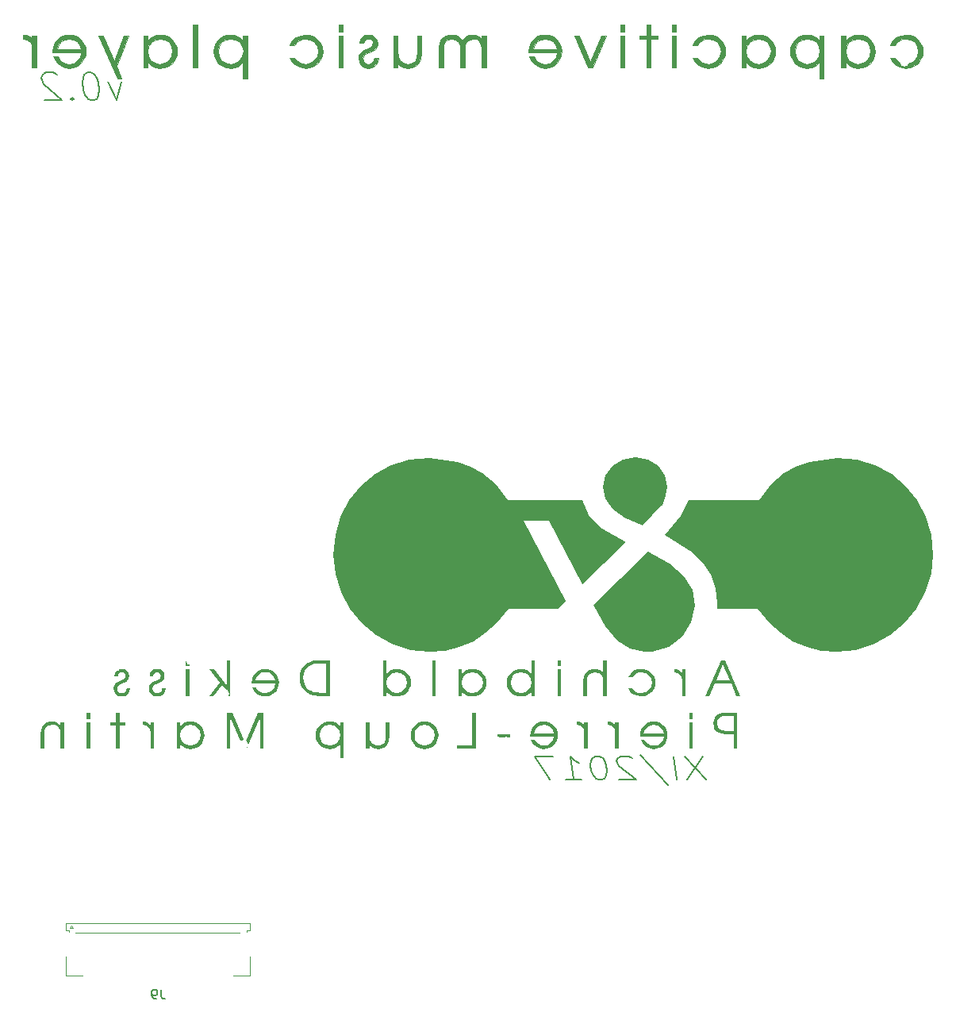
<source format=gbo>
G04 #@! TF.FileFunction,Legend,Bot*
%FSLAX46Y46*%
G04 Gerber Fmt 4.6, Leading zero omitted, Abs format (unit mm)*
G04 Created by KiCad (PCBNEW 4.0.7-e2-6376~58~ubuntu16.04.1) date Fri Nov 10 13:47:51 2017*
%MOMM*%
%LPD*%
G01*
G04 APERTURE LIST*
%ADD10C,0.100000*%
%ADD11C,0.200000*%
%ADD12C,0.071903*%
%ADD13C,0.106667*%
%ADD14C,0.150000*%
%ADD15C,2.400000*%
%ADD16C,3.900000*%
%ADD17R,2.200000X2.600000*%
%ADD18R,1.000000X1.700000*%
%ADD19R,2.100000X2.100000*%
%ADD20O,2.100000X2.100000*%
%ADD21C,1.900000*%
%ADD22O,1.650000X1.350000*%
%ADD23O,1.400000X1.950000*%
%ADD24C,3.600000*%
%ADD25C,2.600000*%
%ADD26C,2.100000*%
%ADD27C,0.900000*%
%ADD28C,1.000000*%
G04 APERTURE END LIST*
D10*
D11*
X36473357Y82875657D02*
X36009071Y80875657D01*
X35044785Y82875657D01*
X33205500Y83875657D02*
X32919785Y83875657D01*
X32651928Y83732800D01*
X32526928Y83589943D01*
X32419785Y83304229D01*
X32348357Y82732800D01*
X32437643Y82018514D01*
X32651928Y81447086D01*
X32830500Y81161371D01*
X32991214Y81018514D01*
X33294785Y80875657D01*
X33580500Y80875657D01*
X33848357Y81018514D01*
X33973357Y81161371D01*
X34080499Y81447086D01*
X34151928Y82018514D01*
X34062642Y82732800D01*
X33848356Y83304229D01*
X33669785Y83589943D01*
X33509071Y83732800D01*
X33205500Y83875657D01*
X31259071Y81161371D02*
X31134071Y81018514D01*
X31294785Y80875657D01*
X31419785Y81018514D01*
X31259071Y81161371D01*
X31294785Y80875657D01*
X29669785Y83589943D02*
X29509071Y83732800D01*
X29205500Y83875657D01*
X28491214Y83875657D01*
X28223357Y83732800D01*
X28098357Y83589943D01*
X27991214Y83304229D01*
X28026929Y83018514D01*
X28223357Y82589943D01*
X30151929Y80875657D01*
X28294786Y80875657D01*
X98595619Y10907048D02*
X96908119Y8407048D01*
X96595619Y10907048D02*
X98908119Y8407048D01*
X95765261Y8407048D02*
X95452761Y10907048D01*
X91866452Y11026095D02*
X94839667Y7811810D01*
X91053952Y10668952D02*
X90896214Y10788000D01*
X90595619Y10907048D01*
X89881333Y10907048D01*
X89610500Y10788000D01*
X89482524Y10668952D01*
X89369429Y10430857D01*
X89399191Y10192762D01*
X89586691Y9835619D01*
X91479548Y8407048D01*
X89622405Y8407048D01*
X87452762Y10907048D02*
X87167047Y10907048D01*
X86896214Y10788000D01*
X86768238Y10668952D01*
X86655143Y10430857D01*
X86571810Y9954667D01*
X86646214Y9359429D01*
X86848595Y8883238D01*
X87021214Y8645143D01*
X87178952Y8526095D01*
X87479547Y8407048D01*
X87765262Y8407048D01*
X88036095Y8526095D01*
X88164071Y8645143D01*
X88277166Y8883238D01*
X88360499Y9359429D01*
X88286095Y9954667D01*
X88083714Y10430857D01*
X87911095Y10668952D01*
X87753357Y10788000D01*
X87452762Y10907048D01*
X83908119Y8407048D02*
X85622404Y8407048D01*
X84765262Y8407048D02*
X84452762Y10907048D01*
X84783119Y10549905D01*
X85098595Y10311810D01*
X85399190Y10192762D01*
X82595619Y10907048D02*
X80595619Y10907048D01*
X82193833Y8407048D01*
D10*
X50225000Y-12525000D02*
X30625000Y-12525000D01*
X50225000Y-6925000D02*
X30625000Y-6925000D01*
X30625000Y-7925000D02*
X50225000Y-7925000D01*
X31175000Y-7175000D02*
X31025000Y-7425000D01*
X31325000Y-7425000D02*
X31175000Y-7175000D01*
X31025000Y-7425000D02*
X31325000Y-7425000D01*
X50225000Y-7625000D02*
X50225000Y-6925000D01*
X49925000Y-7625000D02*
X50225000Y-7625000D01*
X49925000Y-7925000D02*
X49925000Y-7625000D01*
X30925000Y-7625000D02*
X30925000Y-7925000D01*
X30625000Y-7625000D02*
X30925000Y-7625000D01*
X30625000Y-6925000D02*
X30625000Y-7625000D01*
X50225000Y-7925000D02*
X50225000Y-12525000D01*
X30625000Y-12525000D02*
X30625000Y-7925000D01*
G36*
X91384584Y42759892D02*
X112906313Y42726121D01*
X115007341Y42522577D01*
X116945720Y41936072D01*
X118685239Y41002807D01*
X120189687Y39758978D01*
X121422850Y38240783D01*
X122348515Y36484420D01*
X122930470Y34526085D01*
X123132502Y32401977D01*
X122922347Y30323535D01*
X122320379Y28383350D01*
X121369344Y26624222D01*
X120111984Y25088954D01*
X118591045Y23820349D01*
X116849272Y22861209D01*
X114929409Y22254337D01*
X112874201Y22042534D01*
X111231038Y22175786D01*
X109643310Y22565125D01*
X108166561Y23194922D01*
X106856333Y24049553D01*
X105713265Y25085018D01*
X104422221Y26613721D01*
X101726383Y26613721D01*
X100066174Y26613721D01*
X100098270Y27238313D01*
X99922521Y28793518D01*
X99407631Y30234609D01*
X98572130Y31533897D01*
X97434551Y32663694D01*
X94509106Y34473241D01*
X96201825Y36505181D01*
X97025113Y38222363D01*
X101824313Y38222363D01*
X104553865Y38222363D01*
X105824078Y39935773D01*
X107217594Y41081962D01*
X108490262Y41796657D01*
X109876981Y42310970D01*
X112906304Y42726121D01*
X112906309Y42726121D01*
X112906313Y42726121D01*
X91384584Y42759892D01*
X69358691Y42726121D01*
X72388016Y42310970D01*
X73774733Y41796657D01*
X75047399Y41081962D01*
X76440916Y39935773D01*
X77711125Y38222363D01*
X80440678Y38222363D01*
X85716745Y38222363D01*
X86421385Y36578762D01*
X87800842Y35195762D01*
X90332907Y33749106D01*
X85727984Y29211618D01*
X82177954Y36051556D01*
X79480517Y36051556D01*
X83952174Y27469529D01*
X83073895Y26613721D01*
X80538622Y26613721D01*
X77842790Y26613721D01*
X76552546Y25085018D01*
X75410271Y24049553D01*
X74100046Y23194922D01*
X72623303Y22565125D01*
X71035579Y22175786D01*
X69392414Y22042534D01*
X67337140Y22254337D01*
X65417095Y22861209D01*
X63675063Y23820349D01*
X62153827Y25088954D01*
X60896170Y26624222D01*
X59944874Y28383350D01*
X59342722Y30323535D01*
X59132498Y32401977D01*
X59334530Y34526085D01*
X59916485Y36484420D01*
X60842150Y38240783D01*
X62075313Y39758978D01*
X63579762Y41002807D01*
X65319282Y41936072D01*
X67257663Y42522577D01*
X69358691Y42726121D01*
X91384584Y42759892D01*
X92718295Y42516769D01*
X93792918Y41851187D01*
X94509938Y40858828D01*
X94770836Y39635378D01*
X94623083Y38706045D01*
X92765416Y32729524D01*
X95048223Y31437347D01*
X96575744Y30111234D01*
X97431218Y28655629D01*
X97697879Y26974982D01*
X97346100Y25146280D01*
X96378734Y23629006D01*
X94927738Y22550003D01*
X93125074Y22036108D01*
X92274093Y22036108D01*
X90765587Y22383956D01*
X89419542Y23280687D01*
X88160483Y24798280D01*
X86912933Y27008711D01*
X92765416Y32729524D01*
X94623083Y38706045D01*
X94154985Y37749108D01*
X92108721Y35492881D01*
X90216261Y36366347D01*
X88906281Y37326122D01*
X88145038Y38396871D01*
X87898788Y39603262D01*
X88165992Y40845602D01*
X88901816Y41847459D01*
X90007575Y42516374D01*
X91384584Y42759892D01*
X91384584Y42759892D01*
G37*
G36*
X43893577Y14626049D02*
X43883103Y14275475D01*
X43449847Y14189487D01*
X43099273Y13954117D01*
X42865009Y13601339D01*
X42779569Y13162021D01*
X42863355Y12713883D01*
X43093211Y12352286D01*
X43436619Y12110853D01*
X43862157Y12022659D01*
X44308641Y12110853D01*
X44666380Y12352836D01*
X44905055Y12716087D01*
X44991596Y13166982D01*
X44904505Y13599135D01*
X44667484Y13951360D01*
X44315256Y14188384D01*
X43883103Y14275475D01*
X43893577Y14626049D01*
X44200053Y14596833D01*
X44481722Y14513050D01*
X44734731Y14379104D01*
X44952460Y14200511D01*
X45131053Y13982229D01*
X45264999Y13729773D01*
X45348785Y13447551D01*
X45377998Y13141074D01*
X45348785Y12836805D01*
X45263898Y12557337D01*
X45128299Y12307085D01*
X44947499Y12091560D01*
X44725912Y11915172D01*
X44469045Y11783430D01*
X44181311Y11700750D01*
X43867669Y11672085D01*
X43537491Y11702955D01*
X43255819Y11802173D01*
X43008325Y11976357D01*
X42779569Y12233775D01*
X42779569Y11738783D01*
X42398129Y11738783D01*
X42398129Y14558801D01*
X42779569Y14558801D01*
X42779569Y14058847D01*
X43002262Y14312407D01*
X43257473Y14489349D01*
X43551822Y14592425D01*
X43893577Y14626049D01*
X43893577Y14626049D01*
G37*
G36*
X51869109Y20230804D02*
X51874070Y19880233D01*
X51490976Y19817394D01*
X51171272Y19637147D01*
X50929839Y19351617D01*
X50781563Y18972931D01*
X52941223Y18972931D01*
X52806727Y19342797D01*
X52570256Y19629431D01*
X52252756Y19814639D01*
X51874070Y19880233D01*
X51869109Y20230804D01*
X52167316Y20201591D01*
X52443476Y20117255D01*
X52692625Y19983860D01*
X52908703Y19806370D01*
X53086192Y19590292D01*
X53219587Y19341144D01*
X53303924Y19064986D01*
X53333137Y18766776D01*
X53303373Y18463057D01*
X53217933Y18181388D01*
X53081784Y17928379D01*
X52901537Y17708443D01*
X52681601Y17528196D01*
X52428595Y17392046D01*
X52146923Y17306609D01*
X51843204Y17276843D01*
X51577517Y17301648D01*
X51325061Y17374408D01*
X51092447Y17492368D01*
X50884639Y17653322D01*
X50631632Y17947121D01*
X50472329Y18271787D01*
X50869207Y18271787D01*
X51030161Y18008304D01*
X51260567Y17804907D01*
X51541689Y17673718D01*
X51853677Y17627417D01*
X52264330Y17705688D01*
X52607738Y17918459D01*
X52848067Y18236509D01*
X52951696Y18627319D01*
X50400122Y18627319D01*
X50443116Y19115146D01*
X50590843Y19498793D01*
X50821802Y19802512D01*
X51123317Y20032918D01*
X51478849Y20179541D01*
X51869109Y20230804D01*
X51869109Y20230804D01*
G37*
G36*
X58751583Y21153541D02*
X58370143Y20807929D01*
X57839322Y20807929D01*
X57117231Y20750051D01*
X56612316Y20560984D01*
X56319070Y20325063D01*
X56102442Y20020241D01*
X55967396Y19658093D01*
X55921095Y19251295D01*
X55957473Y18889148D01*
X56063306Y18559521D01*
X56234734Y18269583D01*
X56467900Y18029804D01*
X56715395Y17874361D01*
X57014152Y17768528D01*
X57382915Y17708443D01*
X57839322Y17689153D01*
X58370143Y17689153D01*
X58370143Y20807929D01*
X58751583Y21153541D01*
X58751583Y17344091D01*
X57725773Y17344091D01*
X56982182Y17412443D01*
X56681771Y17500637D01*
X56416084Y17627417D01*
X56034644Y17922317D01*
X55759037Y18292733D01*
X55591467Y18732052D01*
X55534690Y19235861D01*
X55590364Y19744084D01*
X55755179Y20188361D01*
X56026375Y20560984D01*
X56400649Y20854780D01*
X56682872Y20992584D01*
X57003679Y21085189D01*
X57854757Y21153541D01*
X58751583Y21153541D01*
X58751583Y21153541D01*
G37*
G36*
X100923962Y21153541D02*
X100707334Y20720835D01*
X99975320Y18972931D01*
X101454782Y18972931D01*
X100707334Y20720835D01*
X100923962Y21153541D01*
X102557764Y17344091D01*
X102155928Y17344091D01*
X101599200Y18627319D01*
X99825390Y18627319D01*
X99274174Y17344091D01*
X98856353Y17344091D01*
X100495667Y21153541D01*
X100923962Y21153541D01*
X100923962Y21153541D01*
G37*
G36*
X102222625Y15548783D02*
X101841184Y15203170D01*
X101299890Y15203170D01*
X100760802Y15175611D01*
X100433931Y15089621D01*
X100286205Y14981031D01*
X100178167Y14826692D01*
X100111470Y14629907D01*
X100088319Y14393986D01*
X100172104Y14004830D01*
X100271323Y13858757D01*
X100403063Y13754577D01*
X100697412Y13655359D01*
X101135077Y13625593D01*
X101841184Y13625593D01*
X101841184Y15203170D01*
X102222625Y15548783D01*
X102222625Y11738783D01*
X101841184Y11738783D01*
X101841184Y13280532D01*
X101109170Y13280532D01*
X100490155Y13335102D01*
X100083358Y13517556D01*
X99919647Y13676856D01*
X99800034Y13880254D01*
X99726722Y14121136D01*
X99701917Y14393986D01*
X99732234Y14703770D01*
X99820429Y14971110D01*
X99962642Y15188289D01*
X100155568Y15347589D01*
X100568428Y15501931D01*
X101170906Y15548783D01*
X102222625Y15548783D01*
X102222625Y15548783D01*
G37*
G36*
X93341444Y14626049D02*
X93346405Y14274925D01*
X92963311Y14212638D01*
X92643607Y14032388D01*
X92401621Y13746861D01*
X92253344Y13368176D01*
X94413558Y13368176D01*
X94278512Y13738042D01*
X94042591Y14024673D01*
X93725091Y14209331D01*
X93346405Y14274925D01*
X93341444Y14626049D01*
X93639651Y14596283D01*
X93915811Y14511946D01*
X94164960Y14378554D01*
X94380484Y14201061D01*
X94557977Y13984986D01*
X94691922Y13736388D01*
X94776259Y13459678D01*
X94805471Y13161470D01*
X94775705Y12857749D01*
X94690268Y12576630D01*
X94554119Y12323070D01*
X94373872Y12103688D01*
X94153936Y11922887D01*
X93900376Y11787291D01*
X93619258Y11701851D01*
X93315539Y11672085D01*
X93049852Y11696339D01*
X92797395Y11769099D01*
X92564232Y11887059D01*
X92356423Y12048014D01*
X92103967Y12341812D01*
X91944114Y12666478D01*
X92340989Y12666478D01*
X92502496Y12402998D01*
X92732902Y12199598D01*
X93014024Y12068410D01*
X93326012Y12022108D01*
X93736665Y12100380D01*
X94079523Y12313700D01*
X94320402Y12631200D01*
X94424031Y13022564D01*
X91871904Y13022564D01*
X91915451Y13510387D01*
X92062624Y13894035D01*
X92293584Y14197203D01*
X92595649Y14428163D01*
X92950634Y14574235D01*
X93341444Y14626049D01*
X93341444Y14626049D01*
G37*
G36*
X81614890Y14626049D02*
X81619852Y14275475D01*
X81236758Y14212638D01*
X80917051Y14032388D01*
X80675621Y13746861D01*
X80527344Y13368176D01*
X82687005Y13368176D01*
X82552509Y13738042D01*
X82316038Y14024673D01*
X81998538Y14209881D01*
X81619852Y14275475D01*
X81614890Y14626049D01*
X81913098Y14596283D01*
X82189258Y14512499D01*
X82438406Y14378554D01*
X82654484Y14201061D01*
X82831974Y13984986D01*
X82965369Y13736388D01*
X83049705Y13459678D01*
X83078918Y13161470D01*
X83049152Y12857749D01*
X82963715Y12576630D01*
X82827565Y12323070D01*
X82647316Y12103688D01*
X82427383Y11922887D01*
X82174373Y11787291D01*
X81892704Y11701851D01*
X81588982Y11672085D01*
X81323298Y11696339D01*
X81070842Y11769099D01*
X80838229Y11887059D01*
X80630420Y12048014D01*
X80377414Y12341812D01*
X80218111Y12667028D01*
X80614986Y12667028D01*
X80775940Y12402998D01*
X81006349Y12199598D01*
X81287467Y12068960D01*
X81599456Y12022659D01*
X82010112Y12100380D01*
X82353520Y12313700D01*
X82593849Y12631200D01*
X82697478Y13022564D01*
X80145901Y13022564D01*
X80188898Y13510387D01*
X80336621Y13894035D01*
X80567581Y14197203D01*
X80869096Y14428163D01*
X81224631Y14574786D01*
X81614890Y14626049D01*
X81614890Y14626049D01*
G37*
G36*
X73986621Y20230804D02*
X73976701Y19880233D01*
X73543445Y19794793D01*
X73192871Y19559426D01*
X72958607Y19206098D01*
X72873167Y18766776D01*
X72956953Y18319192D01*
X73186259Y17957594D01*
X73530217Y17715611D01*
X73955755Y17627417D01*
X74402239Y17715611D01*
X74759978Y17958145D01*
X74998653Y18321396D01*
X75085194Y18771738D01*
X74998103Y19203891D01*
X74760528Y19556118D01*
X74408301Y19793139D01*
X73976701Y19880233D01*
X73986621Y20230804D01*
X74293651Y20201591D01*
X74575320Y20117805D01*
X74828329Y19983860D01*
X75046058Y19805267D01*
X75224651Y19587538D01*
X75358597Y19335082D01*
X75442383Y19052859D01*
X75471596Y18746383D01*
X75442383Y18441560D01*
X75357496Y18162095D01*
X75221897Y17911843D01*
X75041097Y17696319D01*
X74819510Y17520480D01*
X74562643Y17388188D01*
X74274909Y17305506D01*
X73961267Y17276843D01*
X73631089Y17308263D01*
X73349417Y17406931D01*
X73101922Y17581666D01*
X72873167Y17839084D01*
X72873167Y17344091D01*
X72491727Y17344091D01*
X72491727Y20163556D01*
X72491727Y20164109D01*
X72873167Y20164109D01*
X72873167Y19663605D01*
X73095857Y19917715D01*
X73351071Y20094104D01*
X73645420Y20197180D01*
X73986621Y20230804D01*
X73986621Y20230804D01*
G37*
G36*
X80634829Y21153541D02*
X80279296Y18766776D01*
X80191652Y19203891D01*
X79952977Y19557221D01*
X79596341Y19794243D01*
X79155369Y19880233D01*
X78714397Y19795346D01*
X78363273Y19561079D01*
X78130660Y19208302D01*
X78046873Y18766776D01*
X78131760Y18314780D01*
X78366027Y17953736D01*
X78718805Y17713958D01*
X79160330Y17627417D01*
X79591930Y17710097D01*
X79954080Y17962556D01*
X80199921Y18329665D01*
X80279296Y18766776D01*
X80634829Y21153541D01*
X80634829Y17344091D01*
X80253388Y17344091D01*
X80253388Y17828610D01*
X80046133Y17594343D01*
X79786511Y17421262D01*
X79484996Y17313775D01*
X79149857Y17276843D01*
X78841727Y17306056D01*
X78558401Y17389292D01*
X78304844Y17522134D01*
X78086012Y17699626D01*
X77907416Y17916805D01*
X77773471Y18168708D01*
X77689134Y18450380D01*
X77660472Y18756306D01*
X77689687Y19058371D01*
X77774574Y19336735D01*
X77909623Y19587538D01*
X78089317Y19804716D01*
X78308149Y19983309D01*
X78560608Y20117255D01*
X78841177Y20201591D01*
X79144896Y20230804D01*
X79483892Y20194426D01*
X79785958Y20088592D01*
X80044479Y19915511D01*
X80253388Y19679040D01*
X80253388Y21153541D01*
X80634829Y21153541D01*
X80634829Y21153541D01*
G37*
G36*
X68876305Y14626049D02*
X68876305Y14275475D01*
X68446910Y14189487D01*
X68105706Y13951360D01*
X67880261Y13590316D01*
X67798679Y13136113D01*
X67877504Y12690182D01*
X68096886Y12337404D01*
X68431475Y12105892D01*
X68855359Y12022108D01*
X69303496Y12106995D01*
X69655724Y12341812D01*
X69886683Y12700652D01*
X69969366Y13156509D01*
X69886133Y13600789D01*
X69656827Y13955771D01*
X69310112Y14190038D01*
X68876305Y14274925D01*
X68876305Y14275475D01*
X68876305Y14626049D01*
X69179474Y14596833D01*
X69459492Y14513600D01*
X69711398Y14381861D01*
X69929127Y14205473D01*
X70107720Y13991049D01*
X70242218Y13743001D01*
X70326552Y13466293D01*
X70355768Y13166982D01*
X70326552Y12853891D01*
X70242769Y12567810D01*
X70108823Y12313150D01*
X69929127Y12094318D01*
X69708090Y11916275D01*
X69451223Y11783430D01*
X69161835Y11700750D01*
X68845438Y11672085D01*
X68546678Y11700197D01*
X68273275Y11782330D01*
X68029088Y11914071D01*
X67819626Y12089356D01*
X67648198Y12304881D01*
X67520318Y12555133D01*
X67439839Y12835151D01*
X67412277Y13141074D01*
X67440390Y13451959D01*
X67521969Y13736388D01*
X67652607Y13989395D01*
X67827344Y14206573D01*
X68041215Y14382962D01*
X68290914Y14514703D01*
X68570382Y14597386D01*
X68876305Y14626049D01*
X68876305Y14626049D01*
G37*
G36*
X64797314Y21153541D02*
X64781879Y18761818D01*
X64868419Y18323600D01*
X65104340Y17962556D01*
X65453810Y17717816D01*
X65879901Y17627417D01*
X66329690Y17715058D01*
X66690737Y17955387D01*
X66931619Y18316987D01*
X67018710Y18766776D01*
X66932720Y19201686D01*
X66697352Y19555568D01*
X66346778Y19793139D01*
X65915729Y19880233D01*
X65475307Y19792589D01*
X65114814Y19552810D01*
X64871177Y19197278D01*
X64781879Y18761818D01*
X64797314Y21153541D01*
X64797314Y19715418D01*
X65025516Y19937008D01*
X65289549Y20098515D01*
X65584448Y20197180D01*
X65905256Y20230804D01*
X66213936Y20201591D01*
X66498913Y20117805D01*
X66754127Y19984413D01*
X66974613Y19806370D01*
X67155413Y19588638D01*
X67291012Y19336735D01*
X67375899Y19056167D01*
X67405662Y18751344D01*
X67375346Y18448176D01*
X67288255Y18168708D01*
X67149348Y17917905D01*
X66964140Y17700727D01*
X66738142Y17523237D01*
X66476866Y17389842D01*
X66185274Y17306056D01*
X65869428Y17276843D01*
X65543659Y17309917D01*
X65263641Y17412993D01*
X65018350Y17592139D01*
X64797314Y17854516D01*
X64797314Y17344091D01*
X64415873Y17344091D01*
X64415873Y21153541D01*
X64797314Y21153541D01*
X64797314Y21153541D01*
G37*
G36*
X58738355Y14626049D02*
X58753790Y14275475D01*
X58312265Y14189487D01*
X57959487Y13951913D01*
X57725220Y13592520D01*
X57640333Y13141074D01*
X57725220Y12698999D01*
X57958386Y12344017D01*
X58310060Y12108099D01*
X58748829Y12022659D01*
X59195863Y12109199D01*
X59551948Y12348428D01*
X59787316Y12709472D01*
X59872756Y13162021D01*
X59785662Y13599135D01*
X59546987Y13952463D01*
X59192005Y14188934D01*
X58753790Y14275475D01*
X58738355Y14626049D01*
X59080660Y14589667D01*
X59383275Y14483284D01*
X59640693Y14310753D01*
X59846848Y14074282D01*
X59846848Y14558801D01*
X60228288Y14558801D01*
X60228288Y10749351D01*
X59846848Y10749351D01*
X59846848Y12223302D01*
X59636835Y11985177D01*
X59381071Y11812646D01*
X59083414Y11707363D01*
X58748829Y11672085D01*
X58442902Y11701301D01*
X58160680Y11785637D01*
X57906570Y11919583D01*
X57686084Y12097072D01*
X57505287Y12313700D01*
X57369134Y12563402D01*
X57283697Y12841213D01*
X57253931Y13141074D01*
X57283147Y13446447D01*
X57367483Y13727569D01*
X57501979Y13980025D01*
X57681123Y14198857D01*
X57899405Y14377450D01*
X58151861Y14511946D01*
X58433533Y14596283D01*
X58738355Y14626049D01*
X58738355Y14626049D01*
G37*
G36*
X30386348Y11738930D02*
X30004864Y11738930D01*
X30004864Y13290642D01*
X29970709Y13668263D01*
X29855361Y13929885D01*
X29723180Y14075197D01*
X29555716Y14183773D01*
X29360222Y14251719D01*
X29143947Y14275293D01*
X28754731Y14194759D01*
X28458306Y13971154D01*
X28315248Y13668295D01*
X28272720Y13218503D01*
X28272720Y11738962D01*
X27891236Y11738962D01*
X27891236Y13218503D01*
X27947300Y13790087D01*
X28138687Y14187677D01*
X28326205Y14373586D01*
X28552391Y14511165D01*
X28811437Y14596498D01*
X29097550Y14625831D01*
X29362558Y14598738D01*
X29601469Y14517565D01*
X29815249Y14382237D01*
X30004863Y14192786D01*
X30004863Y14558802D01*
X30386347Y14558802D01*
X30386347Y11738919D01*
X30386348Y11738930D01*
X30386348Y11738930D01*
G37*
G36*
X33170809Y11738930D02*
X32789325Y11738930D01*
X32789325Y14558813D01*
X33170809Y14558813D01*
X33170809Y11738930D01*
X33170809Y11738930D01*
G37*
G36*
X33170809Y14899060D02*
X32789325Y14899060D01*
X32789325Y15548612D01*
X33170809Y15548612D01*
X33170809Y14899060D01*
X33170809Y14899060D01*
G37*
G36*
X36334814Y11738930D02*
X35953331Y11738930D01*
X35953331Y14213415D01*
X35319242Y14213415D01*
X35319242Y14558813D01*
X35953331Y14558813D01*
X35953331Y15548612D01*
X36334814Y15548612D01*
X36334814Y14558813D01*
X36943124Y14558813D01*
X36943124Y14213415D01*
X36334814Y14213415D01*
X36334814Y11738930D01*
X36334814Y11738930D01*
G37*
G36*
X39988245Y11738930D02*
X39606762Y11738930D01*
X39606762Y13383431D01*
X39556586Y13733341D01*
X39406361Y13994322D01*
X39156577Y14166375D01*
X38807715Y14249469D01*
X38807715Y14625789D01*
X39083357Y14587282D01*
X39303902Y14499495D01*
X39476114Y14357575D01*
X39606767Y14156679D01*
X39606767Y14558781D01*
X39988251Y14558781D01*
X39988251Y11738898D01*
X39988245Y11738930D01*
X39988245Y11738930D01*
G37*
G36*
X51702552Y11738930D02*
X51321069Y11738930D01*
X51321069Y15131043D01*
X49893083Y11738930D01*
X49563151Y11738930D01*
X48130010Y15131043D01*
X48130010Y11738930D01*
X47748527Y11738930D01*
X47748527Y15548612D01*
X48341373Y15548612D01*
X49722959Y12306002D01*
X51109706Y15548612D01*
X51702552Y15548612D01*
X51702552Y11738930D01*
X51702552Y11738930D01*
G37*
G36*
X62632225Y14558802D02*
X63013708Y14558802D01*
X63013708Y13110194D01*
X63054305Y12677810D01*
X63183831Y12372999D01*
X63320282Y12224711D01*
X63486696Y12114599D01*
X63678244Y12046013D01*
X63890090Y12022439D01*
X64115792Y12046119D01*
X64315395Y12115239D01*
X64480199Y12226887D01*
X64601504Y12378162D01*
X64701387Y12653959D01*
X64735541Y13038023D01*
X64735541Y14558802D01*
X65117028Y14558802D01*
X65117028Y13038023D01*
X65062255Y12499954D01*
X64895359Y12120402D01*
X64713397Y11926354D01*
X64487455Y11785949D01*
X64221883Y11700615D01*
X63921029Y11671815D01*
X63621223Y11701469D01*
X63374577Y11792989D01*
X63174330Y11950226D01*
X63013715Y12177053D01*
X63013715Y11738866D01*
X62632233Y11738866D01*
X62632233Y14558749D01*
X62632225Y14558802D01*
X62632225Y14558802D01*
G37*
G36*
X74324209Y11738909D02*
X72365241Y11738909D01*
X72365241Y12084306D01*
X73942727Y12084306D01*
X73942727Y15548612D01*
X74324209Y15548612D01*
X74324209Y11738930D01*
X74324209Y11738909D01*
X74324209Y11738909D01*
G37*
G36*
X78025335Y13264871D02*
X78025335Y12940093D01*
X76628277Y12940093D01*
X76628277Y13264871D01*
X78025335Y13264871D01*
X78025335Y13264871D01*
G37*
G36*
X86278734Y11738919D02*
X85897250Y11738919D01*
X85897250Y13383421D01*
X85847064Y13733330D01*
X85696839Y13994311D01*
X85447053Y14166365D01*
X85098192Y14249458D01*
X85098192Y14625789D01*
X85373834Y14587282D01*
X85594379Y14499495D01*
X85766594Y14357565D01*
X85897246Y14156679D01*
X85897246Y14558781D01*
X86278730Y14558781D01*
X86278730Y11738898D01*
X86278734Y11738919D01*
X86278734Y11738919D01*
G37*
G36*
X89586767Y11738919D02*
X89205284Y11738919D01*
X89205284Y13383421D01*
X89155098Y13733330D01*
X89004872Y13994311D01*
X88755086Y14166365D01*
X88406224Y14249458D01*
X88406224Y14625789D01*
X88681867Y14587282D01*
X88902412Y14499495D01*
X89074627Y14357565D01*
X89205280Y14156679D01*
X89205280Y14558781D01*
X89586763Y14558781D01*
X89586763Y11738898D01*
X89586767Y11738919D01*
X89586767Y11738919D01*
G37*
G36*
X97481562Y11738887D02*
X97100078Y11738887D01*
X97100078Y14558781D01*
X97481562Y14558781D01*
X97481562Y11738887D01*
X97481562Y11738887D01*
G37*
G36*
X97481562Y14899022D02*
X97100078Y14899022D01*
X97100078Y15548575D01*
X97481562Y15548575D01*
X97481562Y14899022D01*
X97481562Y14899022D01*
G37*
G36*
X37455905Y18173895D02*
X37388097Y17803204D01*
X37203314Y17520475D01*
X36917995Y17340204D01*
X36548590Y17276897D01*
X36200937Y17341334D01*
X35928679Y17521766D01*
X35751149Y17798857D01*
X35687672Y18153276D01*
X35717805Y18392187D01*
X35808824Y18591468D01*
X35961708Y18752084D01*
X36177419Y18875003D01*
X36708404Y19101831D01*
X36903015Y19258420D01*
X36966161Y19473005D01*
X36934407Y19632332D01*
X36847580Y19761695D01*
X36718217Y19848532D01*
X36558889Y19880265D01*
X36392954Y19853524D01*
X36267618Y19774591D01*
X36184813Y19645389D01*
X36146466Y19467857D01*
X35759828Y19467857D01*
X35826602Y19778457D01*
X35992456Y20019462D01*
X36240471Y20175406D01*
X36553729Y20230830D01*
X36872143Y20171299D01*
X37125313Y20005931D01*
X37292452Y19754534D01*
X37352783Y19436928D01*
X37299300Y19157259D01*
X37141423Y18931719D01*
X36985487Y18816373D01*
X36620751Y18658495D01*
X36254731Y18483217D01*
X36121985Y18329207D01*
X36074305Y18117199D01*
X36109985Y17921060D01*
X36208983Y17766003D01*
X36359207Y17664104D01*
X36548578Y17627454D01*
X36761312Y17664264D01*
X36924263Y17771153D01*
X37032120Y17942805D01*
X37079565Y18173903D01*
X37455895Y18173903D01*
X37455905Y18173895D01*
X37455905Y18173895D01*
G37*
G36*
X41217021Y18173896D02*
X41149213Y17803206D01*
X40964429Y17520476D01*
X40679114Y17340206D01*
X40309705Y17276888D01*
X39962056Y17341326D01*
X39689796Y17521757D01*
X39512267Y17798848D01*
X39448789Y18153267D01*
X39478923Y18392178D01*
X39569941Y18591458D01*
X39722826Y18752075D01*
X39938537Y18874994D01*
X40469518Y19101822D01*
X40664128Y19258412D01*
X40727275Y19472995D01*
X40695520Y19632323D01*
X40608693Y19761685D01*
X40479330Y19848523D01*
X40320002Y19880256D01*
X40154072Y19853515D01*
X40028735Y19774581D01*
X39945930Y19645380D01*
X39907583Y19467848D01*
X39520945Y19467848D01*
X39587719Y19778448D01*
X39753571Y20019453D01*
X40001589Y20175397D01*
X40314849Y20230811D01*
X40633262Y20171280D01*
X40886429Y20005911D01*
X41053568Y19754516D01*
X41113899Y19436909D01*
X41060416Y19157239D01*
X40902543Y18931700D01*
X40746597Y18816355D01*
X40381867Y18658476D01*
X40015851Y18483199D01*
X39883102Y18329189D01*
X39835422Y18117180D01*
X39871102Y17921042D01*
X39970099Y17765984D01*
X40120324Y17664085D01*
X40309695Y17627435D01*
X40522429Y17664245D01*
X40685379Y17771134D01*
X40793236Y17942785D01*
X40840682Y18173884D01*
X41217010Y18173884D01*
X41217021Y18173896D01*
X41217021Y18173896D01*
G37*
G36*
X43769484Y17343912D02*
X43388000Y17343912D01*
X43388000Y20163795D01*
X43769484Y20163795D01*
X43769484Y17343912D01*
X43769484Y17343912D01*
G37*
G36*
X43769484Y20504041D02*
X43388000Y20504041D01*
X43388000Y21153596D01*
X43769484Y21153596D01*
X43769484Y20504041D01*
X43769484Y20504041D01*
G37*
G36*
X48114595Y17343912D02*
X47733112Y17343912D01*
X47733112Y17926449D01*
X47289768Y18472898D01*
X46351523Y17343912D01*
X45877245Y17343912D01*
X47047473Y18746123D01*
X45949418Y20163799D01*
X46418539Y20163799D01*
X47733112Y18452278D01*
X47733112Y21153596D01*
X48114595Y21153596D01*
X48114595Y17343912D01*
X48114595Y17343912D01*
G37*
G36*
X70081813Y17343948D02*
X69700331Y17343948D01*
X69700331Y21153631D01*
X70081813Y21153631D01*
X70081813Y17343948D01*
X70081813Y17343948D01*
G37*
G36*
X83419210Y17343947D02*
X83037726Y17343947D01*
X83037726Y20163835D01*
X83419210Y20163835D01*
X83419210Y17343947D01*
X83419210Y17343947D01*
G37*
G36*
X83419210Y20504077D02*
X83037726Y20504077D01*
X83037726Y21153631D01*
X83419210Y21153631D01*
X83419210Y20504077D01*
X83419210Y20504077D01*
G37*
G36*
X88318101Y17343947D02*
X87936619Y17343947D01*
X87936619Y18890504D01*
X87901813Y19266188D01*
X87781956Y19529747D01*
X87646955Y19678038D01*
X87479089Y19788149D01*
X87075697Y19880299D01*
X86689057Y19797173D01*
X86395212Y19570991D01*
X86249578Y19277145D01*
X86204468Y18859574D01*
X86204468Y17343950D01*
X85822985Y17343950D01*
X85822985Y18859574D01*
X85882270Y19401513D01*
X86065279Y19792663D01*
X86249417Y19978573D01*
X86478984Y20116152D01*
X86745281Y20201539D01*
X87039610Y20230862D01*
X87316057Y20202350D01*
X87561573Y20118744D01*
X87770359Y19982937D01*
X87936613Y19797835D01*
X87936613Y21153649D01*
X88318096Y21153649D01*
X88318096Y17343966D01*
X88318101Y17343947D01*
X88318101Y17343947D01*
G37*
G36*
X91031756Y18173935D02*
X91250529Y17923263D01*
X91475102Y17753787D01*
X91719007Y17657776D01*
X91995776Y17627493D01*
X92440491Y17715376D01*
X92800629Y17955494D01*
X93041875Y18312572D01*
X93129918Y18751326D01*
X93043571Y19195236D01*
X92806433Y19553601D01*
X92451370Y19793075D01*
X92011246Y19880307D01*
X91712487Y19843091D01*
X91446108Y19733382D01*
X91217427Y19554079D01*
X91031760Y19308080D01*
X90603880Y19308080D01*
X90829500Y19691497D01*
X91152263Y19982121D01*
X91551387Y20166419D01*
X92006090Y20230856D01*
X92313730Y20201342D01*
X92598776Y20116552D01*
X92855549Y19982104D01*
X93078369Y19803616D01*
X93261560Y19586706D01*
X93399441Y19336992D01*
X93486332Y19060092D01*
X93516561Y18761624D01*
X93486076Y18456572D01*
X93398321Y18175141D01*
X93258849Y17922588D01*
X93073223Y17704166D01*
X92846999Y17525135D01*
X92585735Y17390748D01*
X92294990Y17306257D01*
X91980322Y17276924D01*
X91478336Y17359409D01*
X91042078Y17596548D01*
X90810740Y17829175D01*
X90598733Y18173929D01*
X91031769Y18173929D01*
X91031756Y18173935D01*
X91031756Y18173935D01*
G37*
G36*
X96716332Y17343949D02*
X96334849Y17343949D01*
X96334849Y18988452D01*
X96284663Y19338361D01*
X96134437Y19599343D01*
X95884652Y19771397D01*
X95535791Y19854523D01*
X95535791Y20230851D01*
X95811433Y20192344D01*
X96031979Y20104547D01*
X96204193Y19962617D01*
X96334846Y19761727D01*
X96334846Y20163830D01*
X96716329Y20163830D01*
X96716329Y17343943D01*
X96716332Y17343949D01*
X96716332Y17343949D01*
G37*
D12*
G36*
X27446392Y84396771D02*
X26987271Y84396771D01*
X26987271Y86375952D01*
X26926878Y86797070D01*
X26746080Y87111165D01*
X26445458Y87318235D01*
X26025600Y87418279D01*
X26025600Y87871194D01*
X26357341Y87824859D01*
X26622769Y87719191D01*
X26830031Y87548377D01*
X26987271Y87306601D01*
X26987271Y87790539D01*
X27446392Y87790539D01*
X27446392Y84396771D01*
X27446392Y84396771D01*
G37*
X27446392Y84396771D02*
X26987271Y84396771D01*
X26987271Y86375952D01*
X26926878Y86797070D01*
X26746080Y87111165D01*
X26445458Y87318235D01*
X26025600Y87418279D01*
X26025600Y87871194D01*
X26357341Y87824859D01*
X26622769Y87719191D01*
X26830031Y87548377D01*
X26987271Y87306601D01*
X26987271Y87790539D01*
X27446392Y87790539D01*
X27446392Y84396771D01*
D13*
G36*
X30936848Y87871459D02*
X30942913Y87449230D01*
X30481545Y87373713D01*
X30096797Y87157084D01*
X29806306Y86813126D01*
X29627712Y86357272D01*
X32227244Y86357272D01*
X32065187Y86802653D01*
X31780760Y87147715D01*
X31398217Y87370405D01*
X30942913Y87449230D01*
X30936848Y87871459D01*
X31295691Y87836182D01*
X31628073Y87734759D01*
X31927934Y87573802D01*
X32187556Y87359932D01*
X32401429Y87100310D01*
X32562383Y86800449D01*
X32663806Y86468064D01*
X32698533Y86109224D01*
X32662705Y85743769D01*
X32560179Y85404772D01*
X32396468Y85099950D01*
X32179289Y84835917D01*
X31914706Y84618188D01*
X31609883Y84455027D01*
X31271437Y84351951D01*
X30905982Y84316120D01*
X30282005Y84432980D01*
X29751735Y84769219D01*
X29447466Y85122550D01*
X29255642Y85513360D01*
X29732995Y85513360D01*
X29927023Y85195860D01*
X30204834Y84951120D01*
X30542731Y84793473D01*
X30918109Y84737802D01*
X31412548Y84832059D01*
X31825408Y85088373D01*
X32115346Y85470917D01*
X32239922Y85941655D01*
X29168551Y85941655D01*
X29220364Y86528700D01*
X29397857Y86990065D01*
X29676221Y87355523D01*
X30039472Y87633334D01*
X30466663Y87809173D01*
X30936848Y87871459D01*
X30936848Y87871459D01*
G37*
X30936848Y87871459D02*
X30942913Y87449230D01*
X30481545Y87373713D01*
X30096797Y87157084D01*
X29806306Y86813126D01*
X29627712Y86357272D01*
X32227244Y86357272D01*
X32065187Y86802653D01*
X31780760Y87147715D01*
X31398217Y87370405D01*
X30942913Y87449230D01*
X30936848Y87871459D01*
X31295691Y87836182D01*
X31628073Y87734759D01*
X31927934Y87573802D01*
X32187556Y87359932D01*
X32401429Y87100310D01*
X32562383Y86800449D01*
X32663806Y86468064D01*
X32698533Y86109224D01*
X32662705Y85743769D01*
X32560179Y85404772D01*
X32396468Y85099950D01*
X32179289Y84835917D01*
X31914706Y84618188D01*
X31609883Y84455027D01*
X31271437Y84351951D01*
X30905982Y84316120D01*
X30282005Y84432980D01*
X29751735Y84769219D01*
X29447466Y85122550D01*
X29255642Y85513360D01*
X29732995Y85513360D01*
X29927023Y85195860D01*
X30204834Y84951120D01*
X30542731Y84793473D01*
X30918109Y84737802D01*
X31412548Y84832059D01*
X31825408Y85088373D01*
X32115346Y85470917D01*
X32239922Y85941655D01*
X29168551Y85941655D01*
X29220364Y86528700D01*
X29397857Y86990065D01*
X29676221Y87355523D01*
X30039472Y87633334D01*
X30466663Y87809173D01*
X30936848Y87871459D01*
D12*
G36*
X36547533Y83205538D02*
X36057393Y83205538D01*
X34096823Y87790537D01*
X34586968Y87790537D01*
X35734766Y85085449D01*
X36808117Y87790537D01*
X37310666Y87790537D01*
X35995350Y84508447D01*
X36547533Y83205538D01*
X36547533Y83205538D01*
G37*
X36547533Y83205538D02*
X36057393Y83205538D01*
X34096823Y87790537D01*
X34586968Y87790537D01*
X35734766Y85085449D01*
X36808117Y87790537D01*
X37310666Y87790537D01*
X35995350Y84508447D01*
X36547533Y83205538D01*
D13*
G36*
X40647057Y87871459D02*
X40634929Y87449230D01*
X40112931Y87346151D01*
X39691802Y87062828D01*
X39409580Y86637841D01*
X39307054Y86109224D01*
X39407926Y85570135D01*
X39684083Y85135227D01*
X40097497Y84844186D01*
X40610125Y84737802D01*
X41147010Y84844186D01*
X41578060Y85135778D01*
X41864693Y85572892D01*
X41968873Y86115286D01*
X41864140Y86635083D01*
X41578610Y87058970D01*
X41154726Y87344497D01*
X40634929Y87449230D01*
X40647057Y87871459D01*
X41015819Y87836182D01*
X41355369Y87735310D01*
X41659639Y87574356D01*
X41922018Y87359381D01*
X42136992Y87097002D01*
X42297947Y86792733D01*
X42398818Y86453183D01*
X42434096Y86084420D01*
X42398818Y85717861D01*
X42296293Y85381622D01*
X42133685Y85080657D01*
X41915956Y84821035D01*
X41649166Y84608815D01*
X41339935Y84450065D01*
X40993772Y84350847D01*
X40616190Y84316120D01*
X40218765Y84353605D01*
X39880318Y84472666D01*
X39582111Y84682678D01*
X39307054Y84992463D01*
X39307054Y84396598D01*
X38847890Y84396598D01*
X38847890Y87790431D01*
X39307054Y87790431D01*
X39307054Y87188504D01*
X39574942Y87494427D01*
X39881972Y87706647D01*
X40236403Y87830670D01*
X40647057Y87871459D01*
X40647057Y87871459D01*
G37*
X40647057Y87871459D02*
X40634929Y87449230D01*
X40112931Y87346151D01*
X39691802Y87062828D01*
X39409580Y86637841D01*
X39307054Y86109224D01*
X39407926Y85570135D01*
X39684083Y85135227D01*
X40097497Y84844186D01*
X40610125Y84737802D01*
X41147010Y84844186D01*
X41578060Y85135778D01*
X41864693Y85572892D01*
X41968873Y86115286D01*
X41864140Y86635083D01*
X41578610Y87058970D01*
X41154726Y87344497D01*
X40634929Y87449230D01*
X40647057Y87871459D01*
X41015819Y87836182D01*
X41355369Y87735310D01*
X41659639Y87574356D01*
X41922018Y87359381D01*
X42136992Y87097002D01*
X42297947Y86792733D01*
X42398818Y86453183D01*
X42434096Y86084420D01*
X42398818Y85717861D01*
X42296293Y85381622D01*
X42133685Y85080657D01*
X41915956Y84821035D01*
X41649166Y84608815D01*
X41339935Y84450065D01*
X40993772Y84350847D01*
X40616190Y84316120D01*
X40218765Y84353605D01*
X39880318Y84472666D01*
X39582111Y84682678D01*
X39307054Y84992463D01*
X39307054Y84396598D01*
X38847890Y84396598D01*
X38847890Y87790431D01*
X39307054Y87790431D01*
X39307054Y87188504D01*
X39574942Y87494427D01*
X39881972Y87706647D01*
X40236403Y87830670D01*
X40647057Y87871459D01*
D12*
G36*
X44626602Y84396771D02*
X44167481Y84396771D01*
X44167481Y88981770D01*
X44626639Y88981770D01*
X44626639Y84396771D01*
X44626602Y84396771D01*
X44626602Y84396771D01*
G37*
X44626602Y84396771D02*
X44167481Y84396771D01*
X44167481Y88981770D01*
X44626639Y88981770D01*
X44626639Y84396771D01*
X44626602Y84396771D01*
D13*
G36*
X48149649Y87871459D02*
X48168389Y87449230D01*
X47637018Y87346151D01*
X47212031Y87060071D01*
X46930359Y86627367D01*
X46827833Y86084420D01*
X46929809Y85551946D01*
X47210930Y85124754D01*
X47634264Y84840878D01*
X48161776Y84737802D01*
X48700313Y84842532D01*
X49129158Y85130266D01*
X49412484Y85565176D01*
X49514459Y86109224D01*
X49409726Y86635083D01*
X49123096Y87060621D01*
X48695351Y87345600D01*
X48168389Y87449230D01*
X48149649Y87871459D01*
X48561406Y87827913D01*
X48925760Y87700032D01*
X49235542Y87491673D01*
X49483590Y87207247D01*
X49483590Y87790431D01*
X49942751Y87790431D01*
X49942751Y83205423D01*
X49483590Y83205423D01*
X49483590Y84979785D01*
X49230583Y84693152D01*
X48923003Y84485343D01*
X48564714Y84358566D01*
X48161776Y84316120D01*
X47794114Y84351398D01*
X47454014Y84452823D01*
X47148091Y84613777D01*
X46882957Y84828201D01*
X46665225Y85088373D01*
X46501514Y85389338D01*
X46398438Y85723373D01*
X46362610Y86084420D01*
X46397888Y86451529D01*
X46499860Y86789975D01*
X46661367Y87094248D01*
X46876892Y87357177D01*
X47139822Y87572702D01*
X47443541Y87734206D01*
X47782540Y87835631D01*
X48149649Y87871459D01*
X48149649Y87871459D01*
G37*
X48149649Y87871459D02*
X48168389Y87449230D01*
X47637018Y87346151D01*
X47212031Y87060071D01*
X46930359Y86627367D01*
X46827833Y86084420D01*
X46929809Y85551946D01*
X47210930Y85124754D01*
X47634264Y84840878D01*
X48161776Y84737802D01*
X48700313Y84842532D01*
X49129158Y85130266D01*
X49412484Y85565176D01*
X49514459Y86109224D01*
X49409726Y86635083D01*
X49123096Y87060621D01*
X48695351Y87345600D01*
X48168389Y87449230D01*
X48149649Y87871459D01*
X48561406Y87827913D01*
X48925760Y87700032D01*
X49235542Y87491673D01*
X49483590Y87207247D01*
X49483590Y87790431D01*
X49942751Y87790431D01*
X49942751Y83205423D01*
X49483590Y83205423D01*
X49483590Y84979785D01*
X49230583Y84693152D01*
X48923003Y84485343D01*
X48564714Y84358566D01*
X48161776Y84316120D01*
X47794114Y84351398D01*
X47454014Y84452823D01*
X47148091Y84613777D01*
X46882957Y84828201D01*
X46665225Y85088373D01*
X46501514Y85389338D01*
X46398438Y85723373D01*
X46362610Y86084420D01*
X46397888Y86451529D01*
X46499860Y86789975D01*
X46661367Y87094248D01*
X46876892Y87357177D01*
X47139822Y87572702D01*
X47443541Y87734206D01*
X47782540Y87835631D01*
X48149649Y87871459D01*
D12*
G36*
X54987883Y85395669D02*
X55251180Y85093983D01*
X55521456Y84890015D01*
X55814997Y84774460D01*
X56148091Y84738010D01*
X56683313Y84843775D01*
X57116745Y85132761D01*
X57407088Y85562508D01*
X57513044Y86090554D01*
X57409122Y86624805D01*
X57123724Y87056103D01*
X56696401Y87344313D01*
X56166705Y87449302D01*
X55807143Y87404514D01*
X55486555Y87272479D01*
X55211335Y87056684D01*
X54987883Y86760621D01*
X54472924Y86760621D01*
X54744460Y87222068D01*
X55132910Y87571837D01*
X55613257Y87793642D01*
X56160500Y87871196D01*
X56530746Y87835680D01*
X56873803Y87733636D01*
X57182832Y87571827D01*
X57451002Y87357014D01*
X57671473Y87095960D01*
X57837417Y86795426D01*
X57941992Y86462173D01*
X57978374Y86102965D01*
X57941699Y85735831D01*
X57836077Y85397125D01*
X57668224Y85093174D01*
X57444818Y84830302D01*
X57172553Y84614835D01*
X56858120Y84453098D01*
X56508209Y84351417D01*
X56129502Y84316119D01*
X55525354Y84415389D01*
X55000313Y84700788D01*
X54721894Y84980758D01*
X54466740Y85395673D01*
X54987904Y85395673D01*
X54987883Y85395669D01*
X54987883Y85395669D01*
G37*
X54987883Y85395669D02*
X55251180Y85093983D01*
X55521456Y84890015D01*
X55814997Y84774460D01*
X56148091Y84738010D01*
X56683313Y84843775D01*
X57116745Y85132761D01*
X57407088Y85562508D01*
X57513044Y86090554D01*
X57409122Y86624805D01*
X57123724Y87056103D01*
X56696401Y87344313D01*
X56166705Y87449302D01*
X55807143Y87404514D01*
X55486555Y87272479D01*
X55211335Y87056684D01*
X54987883Y86760621D01*
X54472924Y86760621D01*
X54744460Y87222068D01*
X55132910Y87571837D01*
X55613257Y87793642D01*
X56160500Y87871196D01*
X56530746Y87835680D01*
X56873803Y87733636D01*
X57182832Y87571827D01*
X57451002Y87357014D01*
X57671473Y87095960D01*
X57837417Y86795426D01*
X57941992Y86462173D01*
X57978374Y86102965D01*
X57941699Y85735831D01*
X57836077Y85397125D01*
X57668224Y85093174D01*
X57444818Y84830302D01*
X57172553Y84614835D01*
X56858120Y84453098D01*
X56508209Y84351417D01*
X56129502Y84316119D01*
X55525354Y84415389D01*
X55000313Y84700788D01*
X54721894Y84980758D01*
X54466740Y85395673D01*
X54987904Y85395673D01*
X54987883Y85395669D01*
G36*
X60170987Y84396776D02*
X59711866Y84396776D01*
X59711866Y87790543D01*
X60170987Y87790543D01*
X60170987Y84396776D01*
X60170987Y84396776D01*
G37*
X60170987Y84396776D02*
X59711866Y84396776D01*
X59711866Y87790543D01*
X60170987Y87790543D01*
X60170987Y84396776D01*
G36*
X60170987Y88200029D02*
X59711866Y88200029D01*
X59711866Y88981775D01*
X60170987Y88981775D01*
X60170987Y88200029D01*
X60170987Y88200029D01*
G37*
X60170987Y88200029D02*
X59711866Y88200029D01*
X59711866Y88981775D01*
X60170987Y88981775D01*
X60170987Y88200029D01*
G36*
X63948493Y85395673D02*
X63866890Y84949543D01*
X63644502Y84609274D01*
X63301117Y84392316D01*
X62856528Y84316119D01*
X62438127Y84393673D01*
X62110460Y84610825D01*
X61896800Y84944307D01*
X61820410Y85370855D01*
X61856667Y85658387D01*
X61966211Y85898224D01*
X62150208Y86091527D01*
X62409821Y86239462D01*
X63048865Y86512452D01*
X63283077Y86700908D01*
X63359082Y86959163D01*
X63320900Y87150916D01*
X63216396Y87306606D01*
X63060705Y87411110D01*
X62868950Y87449305D01*
X62669249Y87417122D01*
X62518407Y87322118D01*
X62418751Y87166622D01*
X62372605Y86952961D01*
X61907280Y86952961D01*
X61987652Y87326771D01*
X62187256Y87616823D01*
X62485738Y87804504D01*
X62862746Y87871200D01*
X63245962Y87799560D01*
X63550653Y87600537D01*
X63751811Y87297980D01*
X63824421Y86915735D01*
X63760050Y86579150D01*
X63570041Y86307710D01*
X63382360Y86168889D01*
X62943402Y85978881D01*
X62502895Y85767934D01*
X62343135Y85582581D01*
X62285744Y85327427D01*
X62328691Y85091371D01*
X62447832Y84904757D01*
X62628630Y84782124D01*
X62856541Y84738015D01*
X63112566Y84782318D01*
X63308683Y84910961D01*
X63438491Y85117546D01*
X63495589Y85395674D01*
X63948506Y85395674D01*
X63948493Y85395673D01*
X63948493Y85395673D01*
G37*
X63948493Y85395673D02*
X63866890Y84949543D01*
X63644502Y84609274D01*
X63301117Y84392316D01*
X62856528Y84316119D01*
X62438127Y84393673D01*
X62110460Y84610825D01*
X61896800Y84944307D01*
X61820410Y85370855D01*
X61856667Y85658387D01*
X61966211Y85898224D01*
X62150208Y86091527D01*
X62409821Y86239462D01*
X63048865Y86512452D01*
X63283077Y86700908D01*
X63359082Y86959163D01*
X63320900Y87150916D01*
X63216396Y87306606D01*
X63060705Y87411110D01*
X62868950Y87449305D01*
X62669249Y87417122D01*
X62518407Y87322118D01*
X62418751Y87166622D01*
X62372605Y86952961D01*
X61907280Y86952961D01*
X61987652Y87326771D01*
X62187256Y87616823D01*
X62485738Y87804504D01*
X62862746Y87871200D01*
X63245962Y87799560D01*
X63550653Y87600537D01*
X63751811Y87297980D01*
X63824421Y86915735D01*
X63760050Y86579150D01*
X63570041Y86307710D01*
X63382360Y86168889D01*
X62943402Y85978881D01*
X62502895Y85767934D01*
X62343135Y85582581D01*
X62285744Y85327427D01*
X62328691Y85091371D01*
X62447832Y84904757D01*
X62628630Y84782124D01*
X62856541Y84738015D01*
X63112566Y84782318D01*
X63308683Y84910961D01*
X63438491Y85117546D01*
X63495589Y85395674D01*
X63948506Y85395674D01*
X63948493Y85395673D01*
G36*
X65534333Y87790545D02*
X65993454Y87790545D01*
X65993454Y86047128D01*
X66042312Y85526740D01*
X66198196Y85159910D01*
X66562702Y84848917D01*
X67048190Y84738015D01*
X67560047Y84849693D01*
X67758392Y84984056D01*
X67904386Y85166114D01*
X68024594Y85498046D01*
X68065707Y85960268D01*
X68065707Y87790545D01*
X68524829Y87790545D01*
X68524829Y85960268D01*
X68458909Y85312691D01*
X68258040Y84855897D01*
X68039047Y84622363D01*
X67767125Y84453392D01*
X67447505Y84350730D01*
X67085423Y84316122D01*
X66724605Y84351797D01*
X66427765Y84461924D01*
X66186766Y84651156D01*
X65993462Y84924146D01*
X65993462Y84396779D01*
X65534341Y84396779D01*
X65534341Y87790546D01*
X65534333Y87790545D01*
X65534333Y87790545D01*
G37*
X65534333Y87790545D02*
X65993454Y87790545D01*
X65993454Y86047128D01*
X66042312Y85526740D01*
X66198196Y85159910D01*
X66562702Y84848917D01*
X67048190Y84738015D01*
X67560047Y84849693D01*
X67758392Y84984056D01*
X67904386Y85166114D01*
X68024594Y85498046D01*
X68065707Y85960268D01*
X68065707Y87790545D01*
X68524829Y87790545D01*
X68524829Y85960268D01*
X68458909Y85312691D01*
X68258040Y84855897D01*
X68039047Y84622363D01*
X67767125Y84453392D01*
X67447505Y84350730D01*
X67085423Y84316122D01*
X66724605Y84351797D01*
X66427765Y84461924D01*
X66186766Y84651156D01*
X65993462Y84924146D01*
X65993462Y84396779D01*
X65534341Y84396779D01*
X65534341Y87790546D01*
X65534333Y87790545D01*
G36*
X75428249Y84396779D02*
X74969132Y84396779D01*
X74969132Y86375959D01*
X74906893Y86828972D01*
X74727162Y87166235D01*
X74440407Y87376698D01*
X74057095Y87449308D01*
X73661569Y87368652D01*
X73349799Y87139092D01*
X73188486Y86824998D01*
X73138853Y86375959D01*
X73138853Y84396779D01*
X72679731Y84396779D01*
X72679731Y86363550D01*
X72640963Y86776914D01*
X72518431Y87064640D01*
X72194255Y87353141D01*
X71749093Y87455512D01*
X71338834Y87370978D01*
X71035596Y87132888D01*
X70895995Y86811038D01*
X70849464Y86363550D01*
X70849464Y84396779D01*
X70390343Y84396779D01*
X70390343Y86413186D01*
X70454718Y86980106D01*
X70663337Y87393469D01*
X70866621Y87599957D01*
X71117028Y87751769D01*
X71405817Y87845415D01*
X71724278Y87877406D01*
X72090815Y87838340D01*
X72404423Y87718422D01*
X72672664Y87513582D01*
X72903096Y87219749D01*
X73117630Y87512613D01*
X73367647Y87715319D01*
X73663031Y87833104D01*
X74013674Y87871203D01*
X74306927Y87845514D01*
X74554227Y87763403D01*
X74770118Y87617311D01*
X74969141Y87399675D01*
X74969141Y87790548D01*
X75428257Y87790548D01*
X75428257Y84396781D01*
X75428249Y84396779D01*
X75428249Y84396779D01*
G37*
X75428249Y84396779D02*
X74969132Y84396779D01*
X74969132Y86375959D01*
X74906893Y86828972D01*
X74727162Y87166235D01*
X74440407Y87376698D01*
X74057095Y87449308D01*
X73661569Y87368652D01*
X73349799Y87139092D01*
X73188486Y86824998D01*
X73138853Y86375959D01*
X73138853Y84396779D01*
X72679731Y84396779D01*
X72679731Y86363550D01*
X72640963Y86776914D01*
X72518431Y87064640D01*
X72194255Y87353141D01*
X71749093Y87455512D01*
X71338834Y87370978D01*
X71035596Y87132888D01*
X70895995Y86811038D01*
X70849464Y86363550D01*
X70849464Y84396779D01*
X70390343Y84396779D01*
X70390343Y86413186D01*
X70454718Y86980106D01*
X70663337Y87393469D01*
X70866621Y87599957D01*
X71117028Y87751769D01*
X71405817Y87845415D01*
X71724278Y87877406D01*
X72090815Y87838340D01*
X72404423Y87718422D01*
X72672664Y87513582D01*
X72903096Y87219749D01*
X73117630Y87512613D01*
X73367647Y87715319D01*
X73663031Y87833104D01*
X74013674Y87871203D01*
X74306927Y87845514D01*
X74554227Y87763403D01*
X74770118Y87617311D01*
X74969141Y87399675D01*
X74969141Y87790548D01*
X75428257Y87790548D01*
X75428257Y84396781D01*
X75428249Y84396779D01*
D13*
G36*
X81726375Y87871459D02*
X81732440Y87449230D01*
X81271072Y87373713D01*
X80886324Y87157084D01*
X80595282Y86813126D01*
X80417239Y86357272D01*
X83016771Y86357272D01*
X82854163Y86802653D01*
X82569737Y87147715D01*
X82187743Y87370405D01*
X81732440Y87449230D01*
X81726375Y87871459D01*
X82085218Y87836182D01*
X82417599Y87734759D01*
X82717460Y87573802D01*
X82977082Y87359932D01*
X83190956Y87100310D01*
X83351910Y86800449D01*
X83452782Y86468064D01*
X83488060Y86109224D01*
X83452232Y85743769D01*
X83349153Y85404772D01*
X83185995Y85099950D01*
X82968816Y84835917D01*
X82704233Y84618188D01*
X82399410Y84455027D01*
X82060964Y84351951D01*
X81694958Y84316120D01*
X81071532Y84432980D01*
X80541265Y84769219D01*
X80236992Y85122550D01*
X80044618Y85513360D01*
X80522522Y85513360D01*
X80716550Y85195860D01*
X80994361Y84951120D01*
X81332257Y84794024D01*
X81707636Y84737802D01*
X82202075Y84832059D01*
X82614935Y85088373D01*
X82904876Y85470917D01*
X83028898Y85941655D01*
X79958078Y85941655D01*
X80009891Y86528700D01*
X80187383Y86990065D01*
X80465748Y87355523D01*
X80828999Y87633334D01*
X81256190Y87809723D01*
X81726375Y87871459D01*
X81726375Y87871459D01*
G37*
X81726375Y87871459D02*
X81732440Y87449230D01*
X81271072Y87373713D01*
X80886324Y87157084D01*
X80595282Y86813126D01*
X80417239Y86357272D01*
X83016771Y86357272D01*
X82854163Y86802653D01*
X82569737Y87147715D01*
X82187743Y87370405D01*
X81732440Y87449230D01*
X81726375Y87871459D01*
X82085218Y87836182D01*
X82417599Y87734759D01*
X82717460Y87573802D01*
X82977082Y87359932D01*
X83190956Y87100310D01*
X83351910Y86800449D01*
X83452782Y86468064D01*
X83488060Y86109224D01*
X83452232Y85743769D01*
X83349153Y85404772D01*
X83185995Y85099950D01*
X82968816Y84835917D01*
X82704233Y84618188D01*
X82399410Y84455027D01*
X82060964Y84351951D01*
X81694958Y84316120D01*
X81071532Y84432980D01*
X80541265Y84769219D01*
X80236992Y85122550D01*
X80044618Y85513360D01*
X80522522Y85513360D01*
X80716550Y85195860D01*
X80994361Y84951120D01*
X81332257Y84794024D01*
X81707636Y84737802D01*
X82202075Y84832059D01*
X82614935Y85088373D01*
X82904876Y85470917D01*
X83028898Y85941655D01*
X79958078Y85941655D01*
X80009891Y86528700D01*
X80187383Y86990065D01*
X80465748Y87355523D01*
X80828999Y87633334D01*
X81256190Y87809723D01*
X81726375Y87871459D01*
D12*
G36*
X86800511Y84396779D02*
X86316572Y84396779D01*
X84889577Y87790546D01*
X85354902Y87790546D01*
X86570950Y84936555D01*
X87762181Y87790546D01*
X88227505Y87790546D01*
X86800511Y84396779D01*
X86800511Y84396779D01*
G37*
X86800511Y84396779D02*
X86316572Y84396779D01*
X84889577Y87790546D01*
X85354902Y87790546D01*
X86570950Y84936555D01*
X87762181Y87790546D01*
X88227505Y87790546D01*
X86800511Y84396779D01*
G36*
X90209152Y84396779D02*
X89750032Y84396779D01*
X89750032Y87790546D01*
X90209152Y87790546D01*
X90209152Y84396779D01*
X90209152Y84396779D01*
G37*
X90209152Y84396779D02*
X89750032Y84396779D01*
X89750032Y87790546D01*
X90209152Y87790546D01*
X90209152Y84396779D01*
G36*
X90209152Y88200032D02*
X89750032Y88200032D01*
X89750032Y88981777D01*
X90209152Y88981777D01*
X90209152Y88200032D01*
X90209152Y88200032D01*
G37*
X90209152Y88200032D02*
X89750032Y88200032D01*
X89750032Y88981777D01*
X90209152Y88981777D01*
X90209152Y88200032D01*
G36*
X92988830Y84396779D02*
X92529710Y84396779D01*
X92529710Y87374855D01*
X91766578Y87374855D01*
X91766578Y87790546D01*
X92529710Y87790546D01*
X92529710Y88981777D01*
X92988830Y88981777D01*
X92988830Y87790546D01*
X93720941Y87790546D01*
X93720941Y87374855D01*
X92988830Y87374855D01*
X92988830Y84396779D01*
X92988830Y84396779D01*
G37*
X92988830Y84396779D02*
X92529710Y84396779D01*
X92529710Y87374855D01*
X91766578Y87374855D01*
X91766578Y87790546D01*
X92529710Y87790546D01*
X92529710Y88981777D01*
X92988830Y88981777D01*
X92988830Y87790546D01*
X93720941Y87790546D01*
X93720941Y87374855D01*
X92988830Y87374855D01*
X92988830Y84396779D01*
G36*
X95727402Y84396779D02*
X95268282Y84396779D01*
X95268282Y87790539D01*
X95727377Y87790539D01*
X95727377Y84396771D01*
X95727402Y84396779D01*
X95727402Y84396779D01*
G37*
X95727402Y84396779D02*
X95268282Y84396779D01*
X95268282Y87790539D01*
X95727377Y87790539D01*
X95727377Y84396771D01*
X95727402Y84396779D01*
G36*
X95727377Y88200025D02*
X95268257Y88200025D01*
X95268257Y88981770D01*
X95727377Y88981770D01*
X95727377Y88200025D01*
X95727377Y88200025D01*
G37*
X95727377Y88200025D02*
X95268257Y88200025D01*
X95268257Y88981770D01*
X95727377Y88981770D01*
X95727377Y88200025D01*
G36*
X97965051Y85395668D02*
X98228347Y85093983D01*
X98498623Y84890015D01*
X98792165Y84774459D01*
X99125260Y84738010D01*
X99660480Y84843775D01*
X100093910Y85132761D01*
X100384254Y85562507D01*
X100490212Y86090554D01*
X100386290Y86624805D01*
X100100890Y87056102D01*
X99673567Y87344313D01*
X99143873Y87449301D01*
X98784313Y87404514D01*
X98463723Y87272478D01*
X98188503Y87056684D01*
X97965051Y86760621D01*
X97450091Y86760621D01*
X97721627Y87222068D01*
X98110077Y87571837D01*
X98590428Y87793641D01*
X99137669Y87871195D01*
X99507917Y87835680D01*
X99850972Y87733635D01*
X100160001Y87571826D01*
X100428168Y87357013D01*
X100648640Y87095959D01*
X100814581Y86795425D01*
X100919158Y86462173D01*
X100955536Y86102964D01*
X100918844Y85735830D01*
X100813225Y85397125D01*
X100645369Y85093173D01*
X100421965Y84830301D01*
X100149701Y84614834D01*
X99835268Y84453098D01*
X99485354Y84351417D01*
X99106647Y84316119D01*
X98502501Y84415388D01*
X97977460Y84700787D01*
X97699041Y84980758D01*
X97443887Y85395672D01*
X97965051Y85395672D01*
X97965051Y85395668D01*
X97965051Y85395668D01*
G37*
X97965051Y85395668D02*
X98228347Y85093983D01*
X98498623Y84890015D01*
X98792165Y84774459D01*
X99125260Y84738010D01*
X99660480Y84843775D01*
X100093910Y85132761D01*
X100384254Y85562507D01*
X100490212Y86090554D01*
X100386290Y86624805D01*
X100100890Y87056102D01*
X99673567Y87344313D01*
X99143873Y87449301D01*
X98784313Y87404514D01*
X98463723Y87272478D01*
X98188503Y87056684D01*
X97965051Y86760621D01*
X97450091Y86760621D01*
X97721627Y87222068D01*
X98110077Y87571837D01*
X98590428Y87793641D01*
X99137669Y87871195D01*
X99507917Y87835680D01*
X99850972Y87733635D01*
X100160001Y87571826D01*
X100428168Y87357013D01*
X100648640Y87095959D01*
X100814581Y86795425D01*
X100919158Y86462173D01*
X100955536Y86102964D01*
X100918844Y85735830D01*
X100813225Y85397125D01*
X100645369Y85093173D01*
X100421965Y84830301D01*
X100149701Y84614834D01*
X99835268Y84453098D01*
X99485354Y84351417D01*
X99106647Y84316119D01*
X98502501Y84415388D01*
X97977460Y84700787D01*
X97699041Y84980758D01*
X97443887Y85395672D01*
X97965051Y85395672D01*
X97965051Y85395668D01*
D13*
G36*
X104496528Y87871459D02*
X104484401Y87449230D01*
X103962952Y87346151D01*
X103541272Y87062828D01*
X103259601Y86637841D01*
X103156524Y86109224D01*
X103257396Y85570135D01*
X103533555Y85135227D01*
X103946967Y84844186D01*
X104459597Y84737802D01*
X104996480Y84844186D01*
X105427531Y85135778D01*
X105714163Y85572892D01*
X105818342Y86115286D01*
X105713611Y86635083D01*
X105428082Y87058970D01*
X105004197Y87344497D01*
X104484401Y87449230D01*
X104496528Y87871459D01*
X104865842Y87836182D01*
X105205391Y87735310D01*
X105509111Y87574356D01*
X105772040Y87359381D01*
X105986463Y87097002D01*
X106147418Y86792733D01*
X106248842Y86453183D01*
X106283568Y86084420D01*
X106248290Y85717861D01*
X106146316Y85381622D01*
X105983156Y85080657D01*
X105765426Y84821035D01*
X105499189Y84608815D01*
X105189406Y84450065D01*
X104843243Y84350847D01*
X104465660Y84316120D01*
X104068234Y84353605D01*
X103729788Y84472666D01*
X103432131Y84682678D01*
X103156524Y84992463D01*
X103156524Y84396598D01*
X102697360Y84396598D01*
X102697360Y87790431D01*
X103156524Y87790431D01*
X103156524Y87188504D01*
X103424414Y87494427D01*
X103731441Y87706647D01*
X104085873Y87830670D01*
X104496528Y87871459D01*
X104496528Y87871459D01*
G37*
X104496528Y87871459D02*
X104484401Y87449230D01*
X103962952Y87346151D01*
X103541272Y87062828D01*
X103259601Y86637841D01*
X103156524Y86109224D01*
X103257396Y85570135D01*
X103533555Y85135227D01*
X103946967Y84844186D01*
X104459597Y84737802D01*
X104996480Y84844186D01*
X105427531Y85135778D01*
X105714163Y85572892D01*
X105818342Y86115286D01*
X105713611Y86635083D01*
X105428082Y87058970D01*
X105004197Y87344497D01*
X104484401Y87449230D01*
X104496528Y87871459D01*
X104865842Y87836182D01*
X105205391Y87735310D01*
X105509111Y87574356D01*
X105772040Y87359381D01*
X105986463Y87097002D01*
X106147418Y86792733D01*
X106248842Y86453183D01*
X106283568Y86084420D01*
X106248290Y85717861D01*
X106146316Y85381622D01*
X105983156Y85080657D01*
X105765426Y84821035D01*
X105499189Y84608815D01*
X105189406Y84450065D01*
X104843243Y84350847D01*
X104465660Y84316120D01*
X104068234Y84353605D01*
X103729788Y84472666D01*
X103432131Y84682678D01*
X103156524Y84992463D01*
X103156524Y84396598D01*
X102697360Y84396598D01*
X102697360Y87790431D01*
X103156524Y87790431D01*
X103156524Y87188504D01*
X103424414Y87494427D01*
X103731441Y87706647D01*
X104085873Y87830670D01*
X104496528Y87871459D01*
G36*
X109676298Y87871459D02*
X109695039Y87449230D01*
X109163668Y87346151D01*
X108738681Y87060071D01*
X108457010Y86627367D01*
X108355035Y86084420D01*
X108457010Y85551946D01*
X108738130Y85124754D01*
X109160912Y84840878D01*
X109688425Y84737802D01*
X110226962Y84842532D01*
X110655808Y85130266D01*
X110939132Y85565176D01*
X111041107Y86109224D01*
X110936376Y86635083D01*
X110649744Y87060621D01*
X110222001Y87345600D01*
X109695039Y87449230D01*
X109676298Y87871459D01*
X110088056Y87827913D01*
X110452409Y87700032D01*
X110762743Y87491673D01*
X111010239Y87207247D01*
X111010239Y87790431D01*
X111469401Y87790431D01*
X111469401Y83205423D01*
X111010239Y83205423D01*
X111010239Y84979785D01*
X110757231Y84693152D01*
X110449653Y84485343D01*
X110091363Y84358566D01*
X109688425Y84316120D01*
X109320764Y84351398D01*
X108980664Y84452823D01*
X108674740Y84613777D01*
X108409605Y84828201D01*
X108191875Y85088373D01*
X108028164Y85389338D01*
X107925087Y85723373D01*
X107889258Y86084420D01*
X107924536Y86451529D01*
X108026511Y86789975D01*
X108188017Y87094248D01*
X108403542Y87357177D01*
X108666472Y87572702D01*
X108970191Y87734206D01*
X109309189Y87835631D01*
X109676298Y87871459D01*
X109676298Y87871459D01*
G37*
X109676298Y87871459D02*
X109695039Y87449230D01*
X109163668Y87346151D01*
X108738681Y87060071D01*
X108457010Y86627367D01*
X108355035Y86084420D01*
X108457010Y85551946D01*
X108738130Y85124754D01*
X109160912Y84840878D01*
X109688425Y84737802D01*
X110226962Y84842532D01*
X110655808Y85130266D01*
X110939132Y85565176D01*
X111041107Y86109224D01*
X110936376Y86635083D01*
X110649744Y87060621D01*
X110222001Y87345600D01*
X109695039Y87449230D01*
X109676298Y87871459D01*
X110088056Y87827913D01*
X110452409Y87700032D01*
X110762743Y87491673D01*
X111010239Y87207247D01*
X111010239Y87790431D01*
X111469401Y87790431D01*
X111469401Y83205423D01*
X111010239Y83205423D01*
X111010239Y84979785D01*
X110757231Y84693152D01*
X110449653Y84485343D01*
X110091363Y84358566D01*
X109688425Y84316120D01*
X109320764Y84351398D01*
X108980664Y84452823D01*
X108674740Y84613777D01*
X108409605Y84828201D01*
X108191875Y85088373D01*
X108028164Y85389338D01*
X107925087Y85723373D01*
X107889258Y86084420D01*
X107924536Y86451529D01*
X108026511Y86789975D01*
X108188017Y87094248D01*
X108403542Y87357177D01*
X108666472Y87572702D01*
X108970191Y87734206D01*
X109309189Y87835631D01*
X109676298Y87871459D01*
G36*
X115141046Y87871459D02*
X115128368Y87449230D01*
X114606919Y87346151D01*
X114185239Y87062828D01*
X113903568Y86637841D01*
X113800491Y86109224D01*
X113901363Y85570135D01*
X114177522Y85135227D01*
X114591485Y84844186D01*
X115103564Y84737802D01*
X115640447Y84844186D01*
X116071498Y85135778D01*
X116358130Y85572892D01*
X116462309Y86115286D01*
X116357578Y86635083D01*
X116072049Y87058970D01*
X115648164Y87344497D01*
X115128368Y87449230D01*
X115141046Y87871459D01*
X115509809Y87836182D01*
X115849358Y87735310D01*
X116153629Y87574356D01*
X116416007Y87359381D01*
X116630430Y87097002D01*
X116791385Y86792733D01*
X116892808Y86453183D01*
X116927535Y86084420D01*
X116892257Y85717861D01*
X116790282Y85381622D01*
X116627123Y85080657D01*
X116409944Y84821035D01*
X116143156Y84608815D01*
X115833373Y84450065D01*
X115487210Y84350847D01*
X115109627Y84316120D01*
X114712752Y84353605D01*
X114373755Y84472666D01*
X114076099Y84682678D01*
X113800491Y84992463D01*
X113800491Y84396598D01*
X113341880Y84396598D01*
X113341880Y87790431D01*
X113800491Y87790431D01*
X113800491Y87188504D01*
X114068381Y87494427D01*
X114375408Y87706647D01*
X114729840Y87830670D01*
X115141046Y87871459D01*
X115141046Y87871459D01*
G37*
X115141046Y87871459D02*
X115128368Y87449230D01*
X114606919Y87346151D01*
X114185239Y87062828D01*
X113903568Y86637841D01*
X113800491Y86109224D01*
X113901363Y85570135D01*
X114177522Y85135227D01*
X114591485Y84844186D01*
X115103564Y84737802D01*
X115640447Y84844186D01*
X116071498Y85135778D01*
X116358130Y85572892D01*
X116462309Y86115286D01*
X116357578Y86635083D01*
X116072049Y87058970D01*
X115648164Y87344497D01*
X115128368Y87449230D01*
X115141046Y87871459D01*
X115509809Y87836182D01*
X115849358Y87735310D01*
X116153629Y87574356D01*
X116416007Y87359381D01*
X116630430Y87097002D01*
X116791385Y86792733D01*
X116892808Y86453183D01*
X116927535Y86084420D01*
X116892257Y85717861D01*
X116790282Y85381622D01*
X116627123Y85080657D01*
X116409944Y84821035D01*
X116143156Y84608815D01*
X115833373Y84450065D01*
X115487210Y84350847D01*
X115109627Y84316120D01*
X114712752Y84353605D01*
X114373755Y84472666D01*
X114076099Y84682678D01*
X113800491Y84992463D01*
X113800491Y84396598D01*
X113341880Y84396598D01*
X113341880Y87790431D01*
X113800491Y87790431D01*
X113800491Y87188504D01*
X114068381Y87494427D01*
X114375408Y87706647D01*
X114729840Y87830670D01*
X115141046Y87871459D01*
D12*
G36*
X119035114Y85395669D02*
X119298410Y85093984D01*
X119568686Y84890016D01*
X119862228Y84774461D01*
X120195322Y84738011D01*
X120730543Y84843776D01*
X121163974Y85132762D01*
X121454317Y85562509D01*
X121560275Y86090555D01*
X121456353Y86624806D01*
X121170954Y87056104D01*
X120743631Y87344314D01*
X120213936Y87449303D01*
X119854376Y87404515D01*
X119533787Y87272479D01*
X119258566Y87056685D01*
X119035114Y86760622D01*
X118520154Y86760622D01*
X118791691Y87222069D01*
X119180140Y87571838D01*
X119660491Y87793643D01*
X120207731Y87871197D01*
X120577980Y87835681D01*
X120921035Y87733637D01*
X121230064Y87571828D01*
X121498232Y87357015D01*
X121718704Y87095961D01*
X121884645Y86795426D01*
X121989222Y86462174D01*
X122025600Y86102965D01*
X121988907Y85735831D01*
X121883288Y85397126D01*
X121715432Y85093175D01*
X121492028Y84830303D01*
X121219765Y84614836D01*
X120905331Y84453099D01*
X120555417Y84351418D01*
X120176711Y84316120D01*
X119572564Y84415390D01*
X119047523Y84700789D01*
X118769103Y84980759D01*
X118513950Y85395674D01*
X119035114Y85395674D01*
X119035114Y85395669D01*
X119035114Y85395669D01*
G37*
X119035114Y85395669D02*
X119298410Y85093984D01*
X119568686Y84890016D01*
X119862228Y84774461D01*
X120195322Y84738011D01*
X120730543Y84843776D01*
X121163974Y85132762D01*
X121454317Y85562509D01*
X121560275Y86090555D01*
X121456353Y86624806D01*
X121170954Y87056104D01*
X120743631Y87344314D01*
X120213936Y87449303D01*
X119854376Y87404515D01*
X119533787Y87272479D01*
X119258566Y87056685D01*
X119035114Y86760622D01*
X118520154Y86760622D01*
X118791691Y87222069D01*
X119180140Y87571838D01*
X119660491Y87793643D01*
X120207731Y87871197D01*
X120577980Y87835681D01*
X120921035Y87733637D01*
X121230064Y87571828D01*
X121498232Y87357015D01*
X121718704Y87095961D01*
X121884645Y86795426D01*
X121989222Y86462174D01*
X122025600Y86102965D01*
X121988907Y85735831D01*
X121883288Y85397126D01*
X121715432Y85093175D01*
X121492028Y84830303D01*
X121219765Y84614836D01*
X120905331Y84453099D01*
X120555417Y84351418D01*
X120176711Y84316120D01*
X119572564Y84415390D01*
X119047523Y84700789D01*
X118769103Y84980759D01*
X118513950Y85395674D01*
X119035114Y85395674D01*
X119035114Y85395669D01*
D14*
X40758333Y-13977381D02*
X40758333Y-14691667D01*
X40805953Y-14834524D01*
X40901191Y-14929762D01*
X41044048Y-14977381D01*
X41139286Y-14977381D01*
X40234524Y-14977381D02*
X40044048Y-14977381D01*
X39948809Y-14929762D01*
X39901190Y-14882143D01*
X39805952Y-14739286D01*
X39758333Y-14548810D01*
X39758333Y-14167857D01*
X39805952Y-14072619D01*
X39853571Y-14025000D01*
X39948809Y-13977381D01*
X40139286Y-13977381D01*
X40234524Y-14025000D01*
X40282143Y-14072619D01*
X40329762Y-14167857D01*
X40329762Y-14405952D01*
X40282143Y-14501190D01*
X40234524Y-14548810D01*
X40139286Y-14596429D01*
X39948809Y-14596429D01*
X39853571Y-14548810D01*
X39805952Y-14501190D01*
X39758333Y-14405952D01*
%LPC*%
D10*
X31893000Y6000000D02*
G75*
G03X31893000Y6000000I-1143000J0D01*
G01*
X37389000Y3500000D02*
G75*
G03X37389000Y3500000I-889000J0D01*
G01*
X32889000Y3500000D02*
G75*
G03X32889000Y3500000I-889000J0D01*
G01*
X38893000Y6000000D02*
G75*
G03X38893000Y6000000I-1143000J0D01*
G01*
X42393000Y6000000D02*
G75*
G03X42393000Y6000000I-1143000J0D01*
G01*
X47889000Y3500000D02*
G75*
G03X47889000Y3500000I-889000J0D01*
G01*
X43389000Y3500000D02*
G75*
G03X43389000Y3500000I-889000J0D01*
G01*
X49393000Y6000000D02*
G75*
G03X49393000Y6000000I-1143000J0D01*
G01*
X98393000Y6000000D02*
G75*
G03X98393000Y6000000I-1143000J0D01*
G01*
X103889000Y3500000D02*
G75*
G03X103889000Y3500000I-889000J0D01*
G01*
X99389000Y3500000D02*
G75*
G03X99389000Y3500000I-889000J0D01*
G01*
X105393000Y6000000D02*
G75*
G03X105393000Y6000000I-1143000J0D01*
G01*
X112393000Y6000000D02*
G75*
G03X112393000Y6000000I-1143000J0D01*
G01*
X117889000Y3500000D02*
G75*
G03X117889000Y3500000I-889000J0D01*
G01*
X113389000Y3500000D02*
G75*
G03X113389000Y3500000I-889000J0D01*
G01*
X119393000Y6000000D02*
G75*
G03X119393000Y6000000I-1143000J0D01*
G01*
X56393000Y6000000D02*
G75*
G03X56393000Y6000000I-1143000J0D01*
G01*
X61889000Y3500000D02*
G75*
G03X61889000Y3500000I-889000J0D01*
G01*
X57389000Y3500000D02*
G75*
G03X57389000Y3500000I-889000J0D01*
G01*
X63393000Y6000000D02*
G75*
G03X63393000Y6000000I-1143000J0D01*
G01*
X70393000Y6000000D02*
G75*
G03X70393000Y6000000I-1143000J0D01*
G01*
X75889000Y3500000D02*
G75*
G03X75889000Y3500000I-889000J0D01*
G01*
X71389000Y3500000D02*
G75*
G03X71389000Y3500000I-889000J0D01*
G01*
X77393000Y6000000D02*
G75*
G03X77393000Y6000000I-1143000J0D01*
G01*
X84393000Y6000000D02*
G75*
G03X84393000Y6000000I-1143000J0D01*
G01*
X89889000Y3500000D02*
G75*
G03X89889000Y3500000I-889000J0D01*
G01*
X85389000Y3500000D02*
G75*
G03X85389000Y3500000I-889000J0D01*
G01*
X91393000Y6000000D02*
G75*
G03X91393000Y6000000I-1143000J0D01*
G01*
D15*
X20000000Y8000000D03*
X22500000Y8000000D03*
X17500000Y8000000D03*
D16*
X25850000Y8000000D03*
X14150000Y8000000D03*
D17*
X30525000Y-9225000D03*
D18*
X40925000Y-12825000D03*
X41925000Y-12825000D03*
X42925000Y-12825000D03*
X38925000Y-12825000D03*
X37925000Y-12825000D03*
X39925000Y-12825000D03*
D17*
X50325000Y-9225000D03*
D18*
X33925000Y-12825000D03*
X34925000Y-12825000D03*
X35925000Y-12825000D03*
X36925000Y-12825000D03*
X32925000Y-12825000D03*
X45925000Y-12825000D03*
X46925000Y-12825000D03*
X47925000Y-12825000D03*
X44925000Y-12825000D03*
X43925000Y-12825000D03*
D19*
X16456500Y60338000D03*
D20*
X18996500Y60338000D03*
X16456500Y57798000D03*
X18996500Y57798000D03*
X16456500Y55258000D03*
X18996500Y55258000D03*
D21*
X110373000Y108407500D03*
X110373000Y101407500D03*
X120469500Y108407500D03*
X120469500Y101407500D03*
X78226000Y104238000D03*
X102426000Y104238000D03*
D22*
X19595000Y105300000D03*
X14595000Y105300000D03*
D23*
X20595000Y108000000D03*
X13595000Y108000000D03*
D19*
X53286500Y80277000D03*
D20*
X55826500Y80277000D03*
X58366500Y80277000D03*
X60906500Y80277000D03*
X63446500Y80277000D03*
X65986500Y80277000D03*
X68526500Y80277000D03*
X71066500Y80277000D03*
D21*
X39222000Y108407500D03*
X39222000Y101407500D03*
X49318500Y108407500D03*
X49318500Y101407500D03*
D19*
X59319000Y49162000D03*
D20*
X59319000Y46622000D03*
X59319000Y44082000D03*
X59319000Y41542000D03*
D19*
X46610000Y41540000D03*
D20*
X49150000Y41540000D03*
X51690000Y41540000D03*
X54230000Y41540000D03*
D19*
X129042000Y47892000D03*
D20*
X129042000Y50432000D03*
X129042000Y52972000D03*
X129042000Y55512000D03*
X129042000Y58052000D03*
X129042000Y60592000D03*
D24*
X5000000Y105000000D03*
X130000000Y105000000D03*
X5000000Y5000000D03*
X130000000Y5000000D03*
D25*
X30750000Y6000000D03*
X37750000Y6000000D03*
D26*
X32000000Y3500000D03*
X36500000Y3500000D03*
D25*
X41250000Y6000000D03*
X48250000Y6000000D03*
D26*
X42500000Y3500000D03*
X47000000Y3500000D03*
D25*
X97250000Y6000000D03*
X104250000Y6000000D03*
D26*
X98500000Y3500000D03*
X103000000Y3500000D03*
D25*
X111250000Y6000000D03*
X118250000Y6000000D03*
D26*
X112500000Y3500000D03*
X117000000Y3500000D03*
D25*
X55250000Y6000000D03*
X62250000Y6000000D03*
D26*
X56500000Y3500000D03*
X61000000Y3500000D03*
D25*
X69250000Y6000000D03*
X76250000Y6000000D03*
D26*
X70500000Y3500000D03*
X75000000Y3500000D03*
D25*
X83250000Y6000000D03*
X90250000Y6000000D03*
D26*
X84500000Y3500000D03*
X89000000Y3500000D03*
D27*
X37250000Y500000D03*
X36250000Y500000D03*
X35250000Y500000D03*
X38250000Y500000D03*
X39250000Y500000D03*
X40250000Y500000D03*
X37250000Y-1500000D03*
X36250000Y-1500000D03*
X35250000Y-1500000D03*
X38250000Y-1500000D03*
X39250000Y-1500000D03*
X40250000Y-1500000D03*
X112250000Y-1500000D03*
X111250000Y-1500000D03*
X110250000Y-1500000D03*
X113250000Y-1500000D03*
X114250000Y-1500000D03*
X115250000Y-1500000D03*
X112250000Y500000D03*
X111250000Y500000D03*
X110250000Y500000D03*
X113250000Y500000D03*
X114250000Y500000D03*
X115250000Y500000D03*
D19*
X10500000Y105500000D03*
D21*
X59415000Y108407500D03*
X59415000Y101407500D03*
X69511500Y108407500D03*
X69511500Y101407500D03*
D19*
X22362000Y84569600D03*
D20*
X22362000Y87109600D03*
D28*
X18643451Y72316651D03*
X19212400Y75120800D03*
X113738500Y70244002D03*
X109103000Y62242978D03*
X38999000Y75578000D03*
X103388000Y75578000D03*
X100491000Y60211000D03*
X112341500Y58369500D03*
X112913000Y60709000D03*
X105674000Y60719000D03*
X14614998Y83833000D03*
X24013000Y60211000D03*
X24521000Y60846000D03*
X12710000Y99708000D03*
X48219202Y80150000D03*
X44460000Y61798500D03*
X63256000Y21539500D03*
X67510500Y65418000D03*
X42555000Y59956996D03*
X64043400Y57239200D03*
X46925000Y-12825000D03*
X38046500Y81166000D03*
X68717000Y21603000D03*
X38999000Y73838003D03*
X107071000Y54242002D03*
X87132000Y73863500D03*
X106690000Y73863500D03*
X124660498Y53670500D03*
X97291996Y69736000D03*
X74178000Y73863500D03*
X106091000Y53206020D03*
X101991000Y57290000D03*
X120088500Y84976000D03*
X124787500Y80150000D03*
X37180190Y74409600D03*
X96589673Y69098913D03*
X59475000Y-7750000D03*
X77575000Y-7750000D03*
X95625000Y-7750000D03*
X113750000Y-7725000D03*
X41950000Y21150000D03*
X34925000Y35250000D03*
X61775000Y-9500000D03*
X78700000Y-5000000D03*
X76440000Y-5000000D03*
X74180000Y-5000000D03*
X71920000Y-5000000D03*
X69660000Y-5000000D03*
X67400000Y-5000000D03*
X65140000Y-5000000D03*
X62880000Y-5000000D03*
X32268000Y21920502D03*
X38950000Y19825002D03*
X57225000Y-7050000D03*
X75275000Y-7050000D03*
X93400000Y-7050000D03*
X111450000Y-7050000D03*
X109200000Y-6375000D03*
X54975000Y-6375000D03*
X73050000Y-6375000D03*
X91100000Y-6375000D03*
X39425000Y23600000D03*
X36949998Y22525000D03*
X52725000Y-5700000D03*
X70775000Y-5700000D03*
X88850000Y-5700000D03*
X106925000Y-5700000D03*
X45850000Y21149998D03*
X35950000Y20474998D03*
X50450000Y-4275000D03*
X68500000Y-4275000D03*
X86600000Y-4275000D03*
X104675000Y-4325000D03*
X38950000Y21150000D03*
X34950000Y21125000D03*
X48200000Y-3600000D03*
X66275000Y-3600000D03*
X84300000Y-3600000D03*
X102425000Y-3600000D03*
X45950000Y-2925000D03*
X64350000Y-2925000D03*
X82075000Y-2925000D03*
X100150000Y-2925000D03*
X38675880Y22974990D03*
X33249990Y21875000D03*
X44775000Y-2250000D03*
X62875000Y-2250000D03*
X79825000Y-2250000D03*
X97900000Y-2250000D03*
X41250000Y30850000D03*
X40950000Y21150000D03*
X40925000Y-11800000D03*
X60620000Y-5000000D03*
X58360000Y-5000000D03*
X56100000Y-5000000D03*
X53840000Y-5000000D03*
X51579999Y-5000000D03*
X49320000Y-5000000D03*
X47060000Y-5000000D03*
X44800000Y-5000000D03*
X43920551Y21154449D03*
X39975000Y35250000D03*
X98075000Y-10800000D03*
X114860000Y-5000000D03*
X112600000Y-5000000D03*
X110339999Y-5000000D03*
X108079999Y-5000000D03*
X105820000Y-5000000D03*
X103560000Y-5000000D03*
X101299999Y-5000000D03*
X99040000Y-5000000D03*
X42975000Y21150000D03*
X41275000Y32825000D03*
X79800000Y-10775000D03*
X96780000Y-5000000D03*
X94519999Y-5000000D03*
X92260000Y-5000000D03*
X90000000Y-5000000D03*
X87740000Y-5000000D03*
X85480000Y-5000000D03*
X83220000Y-5000000D03*
X80959999Y-5000000D03*
X45412500Y22873000D03*
X44925000Y-12437479D03*
X45075000Y35275000D03*
X20076000Y93484998D03*
X23251000Y92469000D03*
X38719600Y56045400D03*
X56017000Y56273992D03*
X38707085Y57654231D03*
X56017000Y58544990D03*
X38706961Y56854220D03*
X56017000Y57544002D03*
X78623000Y65037000D03*
X78623000Y57289998D03*
X114818000Y46368000D03*
X88656000Y47638000D03*
X109166494Y72403000D03*
X99578004Y72403000D03*
X83322000Y58813996D03*
X80401000Y55893000D03*
X60398498Y56274000D03*
X114309994Y53734000D03*
X72400000Y64275000D03*
X85100000Y63005000D03*
X54023500Y66180005D03*
X50149600Y62090602D03*
X53223489Y66180000D03*
X50123807Y62890196D03*
X55623522Y66180739D03*
X50149600Y60439600D03*
X54823511Y66179935D03*
X50149600Y61277800D03*
X57223500Y66180000D03*
X50149600Y58052000D03*
X56423508Y66174327D03*
X50149600Y58864800D03*
X61478000Y45733002D03*
X45490000Y52640000D03*
X46290000Y52640000D03*
X104658000Y50432000D03*
X105293000Y51702000D03*
X114183000Y51194000D03*
X68650003Y56925000D03*
X33650000Y29000000D03*
X67850000Y56925000D03*
X47625000Y38375000D03*
X111071498Y55893000D03*
X50683000Y71387000D03*
X97000012Y55000000D03*
X90434000Y55004000D03*
X17059800Y94361300D03*
X33775858Y61604558D03*
X17859800Y94361300D03*
X34341542Y62170242D03*
X24089200Y81409610D03*
X39329200Y71209200D03*
X59192000Y10046000D03*
X56652000Y12459000D03*
X76718004Y12459000D03*
X73035002Y9538000D03*
X57922000Y10046000D03*
X55763000Y12459000D03*
X74305000Y9538000D03*
X77607000Y12459000D03*
X76844998Y9538000D03*
X79385000Y12459000D03*
X56906000Y10046000D03*
X54874000Y12459000D03*
X75574994Y9538000D03*
X78496000Y12459000D03*
X55763000Y10046000D03*
X53985000Y12459000D03*
X47254000Y63640000D03*
X38745000Y63640000D03*
X68336000Y64275000D03*
X71003000Y64275000D03*
X38694199Y58534600D03*
X58887200Y59941590D03*
X38225000Y53950000D03*
X33650000Y38350000D03*
X61224000Y57226498D03*
X61859000Y59936990D03*
X58353800Y60566600D03*
X62367000Y42304000D03*
X110246000Y48146000D03*
X90053000Y48781000D03*
X79639000Y65037000D03*
X79385000Y57925000D03*
X114818000Y47765000D03*
X89418000Y48273000D03*
X109928500Y71577500D03*
X99556457Y71544021D03*
X83956998Y58179000D03*
X81036000Y55258000D03*
X26299000Y44590000D03*
X12659200Y79997600D03*
X33436400Y78930800D03*
X53159500Y58941000D03*
X25346500Y58623500D03*
X106425001Y56772001D03*
X102308500Y54940500D03*
X114310000Y56464500D03*
X126311500Y79769000D03*
X97673000Y56655000D03*
X77480000Y58941000D03*
X77480000Y54623000D03*
X85862000Y57925000D03*
X97673000Y51956000D03*
X83322000Y60465000D03*
X15250000Y94120000D03*
X17409000Y101663800D03*
X119311500Y82450000D03*
X49540000Y12128800D03*
X47508000Y17564400D03*
X47508000Y17564400D03*
X63256000Y19342402D03*
X53324600Y28181600D03*
X53350000Y35141200D03*
X35036600Y66484800D03*
X35036600Y68770800D03*
X25333800Y54064200D03*
X32325000Y-9225000D03*
X47925000Y-12825000D03*
X61986000Y53226000D03*
X63256000Y62497000D03*
X109611000Y51330990D03*
X66558000Y14999000D03*
X113738496Y69443989D03*
X38999000Y74638006D03*
X108849000Y55766000D03*
X105293000Y52581010D03*
M02*

</source>
